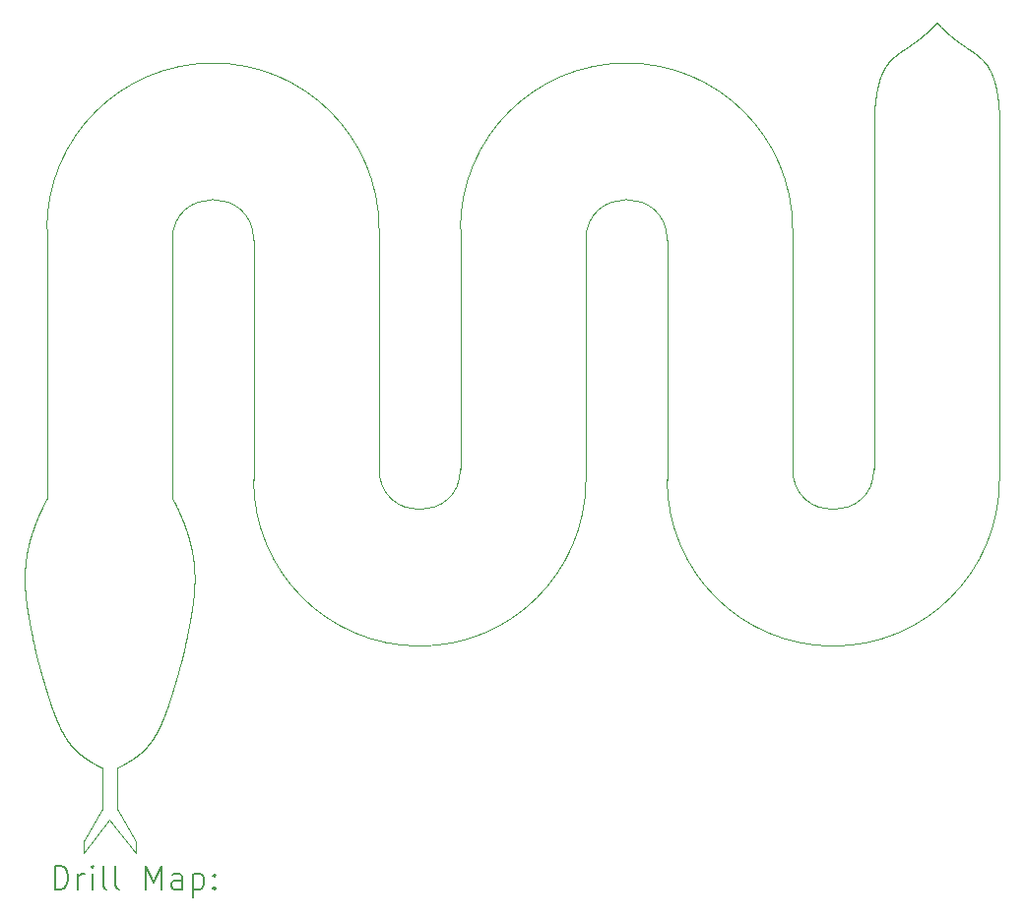
<source format=gbr>
%TF.GenerationSoftware,KiCad,Pcbnew,9.0.0*%
%TF.CreationDate,2025-12-28T17:48:43+00:00*%
%TF.ProjectId,turing,74757269-6e67-42e6-9b69-6361645f7063,v2.0*%
%TF.SameCoordinates,Original*%
%TF.FileFunction,Drillmap*%
%TF.FilePolarity,Positive*%
%FSLAX45Y45*%
G04 Gerber Fmt 4.5, Leading zero omitted, Abs format (unit mm)*
G04 Created by KiCad (PCBNEW 9.0.0) date 2025-12-28 17:48:43*
%MOMM*%
%LPD*%
G01*
G04 APERTURE LIST*
%ADD10C,0.050000*%
%ADD11C,0.200000*%
G04 APERTURE END LIST*
D10*
X13303250Y-12858750D02*
X13303250Y-9842500D01*
X14382750Y-9842500D02*
X14382750Y-12954000D01*
X7969250Y-10890250D02*
X7969250Y-12954010D01*
X7270750Y-10890250D02*
X7270750Y-13112750D01*
X10826708Y-12964908D02*
G75*
G02*
X7969250Y-12954011I-1428708J10899D01*
G01*
X6953250Y-16065500D02*
X6953250Y-16160750D01*
X6191250Y-10795000D02*
G75*
G02*
X9048750Y-10795000I1428750J0D01*
G01*
X6508750Y-16065500D02*
X6508750Y-16160750D01*
X6096000Y-14446250D02*
X6097973Y-14453480D01*
X6099936Y-14460668D01*
X6101832Y-14467600D01*
X6103720Y-14474494D01*
X6105546Y-14481159D01*
X6107365Y-14487788D01*
X6109130Y-14494210D01*
X6110887Y-14500598D01*
X6112595Y-14506798D01*
X6114296Y-14512966D01*
X6115951Y-14518963D01*
X6117601Y-14524929D01*
X6119209Y-14530738D01*
X6120811Y-14536518D01*
X6122374Y-14542151D01*
X6123933Y-14547758D01*
X6125455Y-14553229D01*
X6126973Y-14558674D01*
X6128457Y-14563993D01*
X6129937Y-14569287D01*
X6131386Y-14574464D01*
X6132830Y-14579616D01*
X6134245Y-14584658D01*
X6135656Y-14589677D01*
X6137040Y-14594592D01*
X6138420Y-14599485D01*
X6139775Y-14604281D01*
X6141125Y-14609055D01*
X6142452Y-14613737D01*
X6143774Y-14618398D01*
X6145074Y-14622972D01*
X6146371Y-14627526D01*
X6147646Y-14631997D01*
X6148918Y-14636450D01*
X6150169Y-14640823D01*
X6151417Y-14645178D01*
X6152646Y-14649458D01*
X6153871Y-14653720D01*
X6155078Y-14657910D01*
X6156283Y-14662083D01*
X6157469Y-14666189D01*
X6158653Y-14670277D01*
X6159820Y-14674300D01*
X6160985Y-14678306D01*
X6162133Y-14682250D01*
X6163279Y-14686179D01*
X6164410Y-14690047D01*
X6165538Y-14693900D01*
X6166652Y-14697696D01*
X6167763Y-14701477D01*
X6168860Y-14705202D01*
X6169955Y-14708913D01*
X6171036Y-14712571D01*
X6172115Y-14716215D01*
X6173181Y-14719808D01*
X6174245Y-14723387D01*
X6175297Y-14726917D01*
X6176347Y-14730433D01*
X6177385Y-14733902D01*
X6178420Y-14737358D01*
X6179445Y-14740768D01*
X6180467Y-14744165D01*
X6181479Y-14747518D01*
X6182488Y-14750859D01*
X6183487Y-14754157D01*
X6184484Y-14757442D01*
X6185471Y-14760687D01*
X6186457Y-14763919D01*
X6187432Y-14767112D01*
X6188406Y-14770293D01*
X6189370Y-14773436D01*
X6190332Y-14776566D01*
X6191286Y-14779660D01*
X6192238Y-14782742D01*
X6193180Y-14785788D01*
X6194122Y-14788823D01*
X6195055Y-14791823D01*
X6195986Y-14794813D01*
X6196909Y-14797768D01*
X6197831Y-14800712D01*
X6198745Y-14803624D01*
X6199657Y-14806525D01*
X6200561Y-14809394D01*
X6201465Y-14812253D01*
X6202360Y-14815081D01*
X6203255Y-14817899D01*
X6204142Y-14820686D01*
X6205028Y-14823464D01*
X6205907Y-14826212D01*
X6206784Y-14828951D01*
X6207655Y-14831661D01*
X6208525Y-14834362D01*
X6209388Y-14837035D01*
X6210250Y-14839698D01*
X6211105Y-14842334D01*
X6211960Y-14844962D01*
X6212808Y-14847563D01*
X6213655Y-14850154D01*
X6214496Y-14852721D01*
X6215336Y-14855278D01*
X6216170Y-14857810D01*
X6217003Y-14860334D01*
X6217831Y-14862833D01*
X6218657Y-14865324D01*
X6219478Y-14867791D01*
X6220298Y-14870250D01*
X6221113Y-14872685D01*
X6221927Y-14875112D01*
X6222735Y-14877516D01*
X6223543Y-14879913D01*
X6224345Y-14882287D01*
X6225147Y-14884653D01*
X6225944Y-14886998D01*
X6226740Y-14889335D01*
X6227531Y-14891651D01*
X6228322Y-14893959D01*
X6229108Y-14896246D01*
X6229893Y-14898526D01*
X6230673Y-14900786D01*
X6231453Y-14903038D01*
X6232228Y-14905271D01*
X6233003Y-14907496D01*
X6233773Y-14909702D01*
X6234543Y-14911901D01*
X6235308Y-14914081D01*
X6236073Y-14916254D01*
X6236834Y-14918408D01*
X6237594Y-14920556D01*
X6238350Y-14922685D01*
X6239106Y-14924808D01*
X6239858Y-14926913D01*
X6240609Y-14929011D01*
X6241356Y-14931092D01*
X6242103Y-14933166D01*
X6242846Y-14935224D01*
X6243589Y-14937274D01*
X6244328Y-14939309D01*
X6245067Y-14941337D01*
X6245802Y-14943348D01*
X6246536Y-14945353D01*
X6247267Y-14947343D01*
X6247998Y-14949326D01*
X6248726Y-14951293D01*
X6249453Y-14953255D01*
X6250176Y-14955201D01*
X6250900Y-14957141D01*
X6251620Y-14959066D01*
X6252340Y-14960985D01*
X6253057Y-14962890D01*
X6253773Y-14964788D01*
X6254486Y-14966672D01*
X6255200Y-14968551D01*
X6255910Y-14970415D01*
X6256619Y-14972274D01*
X6257326Y-14974118D01*
X6258033Y-14975957D01*
X6258737Y-14977783D01*
X6259441Y-14979603D01*
X6260141Y-14981409D01*
X6260842Y-14983211D01*
X6261540Y-14984999D01*
X6262238Y-14986781D01*
X6262933Y-14988551D01*
X6263628Y-14990316D01*
X6264320Y-14992068D01*
X6265013Y-14993815D01*
X6265702Y-14995549D01*
X6266392Y-14997278D01*
X6267079Y-14998995D01*
X6267766Y-15000707D01*
X6268451Y-15002407D01*
X6269135Y-15004102D01*
X6269817Y-15005786D01*
X6270500Y-15007464D01*
X6271179Y-15009131D01*
X6271859Y-15010793D01*
X6272537Y-15012444D01*
X6273214Y-15014089D01*
X6273890Y-15015724D01*
X6274565Y-15017354D01*
X6275238Y-15018973D01*
X6275911Y-15020588D01*
X6276582Y-15022192D01*
X6277254Y-15023791D01*
X6277923Y-15025379D01*
X6278592Y-15026963D01*
X6279259Y-15028537D01*
X6279926Y-15030106D01*
X6280591Y-15031665D01*
X6281257Y-15033220D01*
X6281920Y-15034764D01*
X6282584Y-15036304D01*
X6283246Y-15037835D01*
X6283907Y-15039361D01*
X6284567Y-15040877D01*
X6285228Y-15042389D01*
X6285886Y-15043892D01*
X6286544Y-15045390D01*
X6287201Y-15046879D01*
X6287858Y-15048364D01*
X6288513Y-15049840D01*
X6289169Y-15051312D01*
X6289823Y-15052774D01*
X6290477Y-15054233D01*
X6291129Y-15055682D01*
X6291782Y-15057128D01*
X6292433Y-15058565D01*
X6293084Y-15059998D01*
X6293734Y-15061422D01*
X6294384Y-15062842D01*
X6295032Y-15064254D01*
X6295681Y-15065662D01*
X6296328Y-15067062D01*
X6296976Y-15068458D01*
X6297622Y-15069846D01*
X6298268Y-15071230D01*
X6298913Y-15072606D01*
X6299559Y-15073978D01*
X6300203Y-15075343D01*
X6300847Y-15076704D01*
X6301490Y-15078057D01*
X6302134Y-15079406D01*
X6302776Y-15080747D01*
X6303418Y-15082085D01*
X6304059Y-15083416D01*
X6304701Y-15084743D01*
X6305341Y-15086062D01*
X6305982Y-15087378D01*
X6306621Y-15088687D01*
X6307261Y-15089992D01*
X6307900Y-15091291D01*
X6308539Y-15092585D01*
X6309177Y-15093873D01*
X6309816Y-15095157D01*
X6310453Y-15096434D01*
X6311091Y-15097708D01*
X6311728Y-15098975D01*
X6312365Y-15100239D01*
X6313001Y-15101496D01*
X6313638Y-15102750D01*
X6314273Y-15103997D01*
X6314910Y-15105241D01*
X6315545Y-15106478D01*
X6316180Y-15107712D01*
X6316815Y-15108940D01*
X6317450Y-15110165D01*
X6318085Y-15111383D01*
X6318719Y-15112598D01*
X6319353Y-15113807D01*
X6319988Y-15115013D01*
X6320622Y-15116213D01*
X6321256Y-15117409D01*
X6321889Y-15118600D01*
X6322523Y-15119787D01*
X6323156Y-15120969D01*
X6323790Y-15122148D01*
X6324423Y-15123321D01*
X6325056Y-15124491D01*
X6325689Y-15125655D01*
X6326322Y-15126816D01*
X6326955Y-15127971D01*
X6327588Y-15129124D01*
X6328221Y-15130271D01*
X6328854Y-15131415D01*
X6329486Y-15132554D01*
X6330119Y-15133690D01*
X6330752Y-15134821D01*
X6331385Y-15135948D01*
X6332018Y-15137071D01*
X6332651Y-15138190D01*
X6333283Y-15139305D01*
X6333917Y-15140417D01*
X6334549Y-15141523D01*
X6335183Y-15142627D01*
X6335816Y-15143726D01*
X6336449Y-15144822D01*
X6337082Y-15145913D01*
X6337716Y-15147001D01*
X6338350Y-15148085D01*
X6338984Y-15149166D01*
X6339617Y-15150242D01*
X6340251Y-15151315D01*
X6340885Y-15152384D01*
X6341520Y-15153450D01*
X6342154Y-15154512D01*
X6342789Y-15155571D01*
X6343424Y-15156625D01*
X6344059Y-15157677D01*
X6344694Y-15158724D01*
X6345330Y-15159769D01*
X6345966Y-15160809D01*
X6346602Y-15161847D01*
X6347238Y-15162880D01*
X6347875Y-15163911D01*
X6348511Y-15164938D01*
X6349148Y-15165962D01*
X6349785Y-15166982D01*
X6350423Y-15168000D01*
X6351061Y-15169014D01*
X6351700Y-15170025D01*
X6352338Y-15171032D01*
X6352977Y-15172036D01*
X6353616Y-15173037D01*
X6354256Y-15174035D01*
X6354896Y-15175029D01*
X6355536Y-15176021D01*
X6356177Y-15177010D01*
X6356818Y-15177995D01*
X6357459Y-15178977D01*
X6358101Y-15179957D01*
X6358744Y-15180933D01*
X6359386Y-15181906D01*
X6360029Y-15182876D01*
X6360673Y-15183844D01*
X6361317Y-15184808D01*
X6361962Y-15185770D01*
X6362607Y-15186728D01*
X6363252Y-15187685D01*
X6363898Y-15188637D01*
X6364545Y-15189588D01*
X6365192Y-15190535D01*
X6365839Y-15191479D01*
X6366487Y-15192421D01*
X6367136Y-15193360D01*
X6367785Y-15194296D01*
X6368435Y-15195230D01*
X6369085Y-15196160D01*
X6369736Y-15197089D01*
X6370387Y-15198014D01*
X6371039Y-15198937D01*
X6371691Y-15199857D01*
X6372345Y-15200775D01*
X6372998Y-15201690D01*
X6373653Y-15202603D01*
X6374308Y-15203513D01*
X6374964Y-15204420D01*
X6375620Y-15205325D01*
X6376277Y-15206228D01*
X6376935Y-15207128D01*
X6377594Y-15208025D01*
X6378253Y-15208920D01*
X6378912Y-15209813D01*
X6379573Y-15210703D01*
X6380234Y-15211591D01*
X6380896Y-15212477D01*
X6381559Y-15213360D01*
X6382223Y-15214241D01*
X6382887Y-15215120D01*
X6383552Y-15215996D01*
X6384218Y-15216870D01*
X6384884Y-15217742D01*
X6385552Y-15218612D01*
X6386220Y-15219479D01*
X6386889Y-15220344D01*
X6387559Y-15221207D01*
X6388230Y-15222068D01*
X6388901Y-15222926D01*
X6389574Y-15223783D01*
X6390247Y-15224637D01*
X6390922Y-15225490D01*
X6391597Y-15226340D01*
X6392273Y-15227188D01*
X6392950Y-15228034D01*
X6393628Y-15228878D01*
X6394307Y-15229720D01*
X6394986Y-15230560D01*
X6395667Y-15231398D01*
X6396349Y-15232234D01*
X6397031Y-15233068D01*
X6397715Y-15233900D01*
X6398400Y-15234730D01*
X6399086Y-15235558D01*
X6399772Y-15236385D01*
X6400460Y-15237209D01*
X6401149Y-15238032D01*
X6401839Y-15238853D01*
X6402530Y-15239671D01*
X6403222Y-15240489D01*
X6403915Y-15241304D01*
X6404609Y-15242117D01*
X6405304Y-15242929D01*
X6406001Y-15243739D01*
X6406698Y-15244547D01*
X6407397Y-15245354D01*
X6408097Y-15246158D01*
X6408798Y-15246961D01*
X6409500Y-15247763D01*
X6410203Y-15248562D01*
X6410908Y-15249360D01*
X6411614Y-15250157D01*
X6412321Y-15250952D01*
X6413029Y-15251745D01*
X6414450Y-15253326D01*
X6415875Y-15254901D01*
X6417306Y-15256470D01*
X6418742Y-15258033D01*
X6420183Y-15259590D01*
X6421630Y-15261141D01*
X6423082Y-15262687D01*
X6424540Y-15264226D01*
X6426004Y-15265761D01*
X6427474Y-15267289D01*
X6428950Y-15268813D01*
X6430431Y-15270331D01*
X6431920Y-15271845D01*
X6433414Y-15273353D01*
X6434915Y-15274857D01*
X6436423Y-15276356D01*
X6437937Y-15277850D01*
X6439458Y-15279339D01*
X6440986Y-15280825D01*
X6442521Y-15282306D01*
X6444063Y-15283782D01*
X6445612Y-15285255D01*
X6447169Y-15286724D01*
X6448733Y-15288188D01*
X6450305Y-15289649D01*
X6451885Y-15291107D01*
X6453473Y-15292561D01*
X6455069Y-15294011D01*
X6456673Y-15295458D01*
X6458285Y-15296902D01*
X6459906Y-15298342D01*
X6461536Y-15299780D01*
X6463174Y-15301215D01*
X6464821Y-15302647D01*
X6466478Y-15304076D01*
X6468143Y-15305503D01*
X6469818Y-15306927D01*
X6471503Y-15308349D01*
X6473197Y-15309768D01*
X6474901Y-15311186D01*
X6476616Y-15312601D01*
X6478340Y-15314015D01*
X6480075Y-15315426D01*
X6481821Y-15316836D01*
X6483577Y-15318245D01*
X6485345Y-15319652D01*
X6487123Y-15321058D01*
X6488913Y-15322462D01*
X6490715Y-15323866D01*
X6492528Y-15325268D01*
X6494353Y-15326670D01*
X6496190Y-15328071D01*
X6498040Y-15329471D01*
X6499903Y-15330871D01*
X6501778Y-15332270D01*
X6503666Y-15333669D01*
X6505568Y-15335069D01*
X6507483Y-15336468D01*
X6509413Y-15337867D01*
X6511356Y-15339267D01*
X6513313Y-15340667D01*
X6515285Y-15342068D01*
X6517272Y-15343470D01*
X6519274Y-15344872D01*
X6521292Y-15346276D01*
X6523325Y-15347681D01*
X6525375Y-15349087D01*
X6527440Y-15350495D01*
X6529522Y-15351904D01*
X6531622Y-15353315D01*
X6533738Y-15354728D01*
X6535873Y-15356144D01*
X6538025Y-15357561D01*
X6540195Y-15358981D01*
X6542385Y-15360404D01*
X6544593Y-15361830D01*
X6546821Y-15363259D01*
X6549069Y-15364691D01*
X6551337Y-15366127D01*
X6553626Y-15367566D01*
X6555937Y-15369009D01*
X6558269Y-15370457D01*
X6560623Y-15371909D01*
X6562999Y-15373365D01*
X6565399Y-15374826D01*
X6567823Y-15376292D01*
X6570270Y-15377763D01*
X6572743Y-15379240D01*
X6575241Y-15380723D01*
X6577764Y-15382212D01*
X6580314Y-15383707D01*
X6582892Y-15385209D01*
X6585497Y-15386718D01*
X6588131Y-15388234D01*
X6590794Y-15389758D01*
X6593487Y-15391290D01*
X6596211Y-15392830D01*
X6598966Y-15394379D01*
X6601754Y-15395936D01*
X6604575Y-15397504D01*
X6607430Y-15399081D01*
X6610321Y-15400668D01*
X6613247Y-15402266D01*
X6616211Y-15403876D01*
X6619213Y-15405497D01*
X6622254Y-15407130D01*
X6625336Y-15408776D01*
X6628460Y-15410435D01*
X6631627Y-15412108D01*
X6634839Y-15413796D01*
X6638097Y-15415499D01*
X6641402Y-15417218D01*
X6644757Y-15418953D01*
X6648162Y-15420706D01*
X6651621Y-15422477D01*
X6655134Y-15424267D01*
X6658704Y-15426077D01*
X6662332Y-15427908D01*
X6666023Y-15429761D01*
X6667500Y-15430500D01*
X7270750Y-13112750D02*
X7270750Y-13112750D01*
X6953250Y-16065500D02*
X6794500Y-15779750D01*
X14382750Y-12954000D02*
G75*
G02*
X11525250Y-12954000I-1428750J0D01*
G01*
X13843000Y-9017000D02*
X13840792Y-9019423D01*
X13838584Y-9021833D01*
X13836376Y-9024233D01*
X13834168Y-9026621D01*
X13831959Y-9028997D01*
X13829750Y-9031363D01*
X13827540Y-9033717D01*
X13825330Y-9036060D01*
X13823118Y-9038393D01*
X13820907Y-9040714D01*
X13818694Y-9043025D01*
X13816481Y-9045325D01*
X13814266Y-9047615D01*
X13812051Y-9049894D01*
X13809834Y-9052163D01*
X13807617Y-9054421D01*
X13805398Y-9056670D01*
X13803178Y-9058909D01*
X13800956Y-9061137D01*
X13798733Y-9063356D01*
X13796508Y-9065566D01*
X13794281Y-9067765D01*
X13792053Y-9069956D01*
X13789823Y-9072137D01*
X13787590Y-9074309D01*
X13785356Y-9076472D01*
X13783119Y-9078626D01*
X13780880Y-9080771D01*
X13778639Y-9082907D01*
X13776395Y-9085035D01*
X13774148Y-9087154D01*
X13771898Y-9089266D01*
X13769646Y-9091369D01*
X13767390Y-9093464D01*
X13765131Y-9095551D01*
X13762869Y-9097631D01*
X13760603Y-9099703D01*
X13758333Y-9101767D01*
X13756060Y-9103825D01*
X13753782Y-9105875D01*
X13751500Y-9107918D01*
X13749214Y-9109955D01*
X13746923Y-9111985D01*
X13744628Y-9114009D01*
X13742327Y-9116026D01*
X13740021Y-9118038D01*
X13737710Y-9120044D01*
X13735393Y-9122044D01*
X13733070Y-9124039D01*
X13730740Y-9126028D01*
X13728405Y-9128013D01*
X13726062Y-9129993D01*
X13723712Y-9131969D01*
X13721355Y-9133940D01*
X13718991Y-9135907D01*
X13716618Y-9137871D01*
X13714237Y-9139832D01*
X13711847Y-9141789D01*
X13709448Y-9143744D01*
X13707039Y-9145696D01*
X13704620Y-9147646D01*
X13702190Y-9149595D01*
X13699749Y-9151542D01*
X13697297Y-9153489D01*
X13694833Y-9155435D01*
X13692355Y-9157381D01*
X13689864Y-9159327D01*
X13687359Y-9161275D01*
X13684839Y-9163224D01*
X13682303Y-9165175D01*
X13679750Y-9167129D01*
X13677180Y-9169087D01*
X13674591Y-9171049D01*
X13671982Y-9173016D01*
X13669352Y-9174989D01*
X13666700Y-9176969D01*
X13664024Y-9178957D01*
X13661322Y-9180953D01*
X13658593Y-9182960D01*
X13655835Y-9184979D01*
X13653045Y-9187011D01*
X13650221Y-9189059D01*
X13647361Y-9191123D01*
X13644460Y-9193206D01*
X13641515Y-9195311D01*
X13638523Y-9197440D01*
X13635477Y-9199598D01*
X13632373Y-9201788D01*
X13629203Y-9204014D01*
X13625959Y-9206282D01*
X13622631Y-9208600D01*
X13619205Y-9210977D01*
X13615666Y-9213422D01*
X13611992Y-9215951D01*
X13608154Y-9218584D01*
X13604110Y-9221348D01*
X13599798Y-9224287D01*
X13595111Y-9227472D01*
X13589854Y-9231035D01*
X13583544Y-9235303D01*
X13578913Y-9238433D01*
X13571515Y-9243434D01*
X13567851Y-9245914D01*
X13564211Y-9248381D01*
X13560594Y-9250838D01*
X13557000Y-9253284D01*
X13553430Y-9255722D01*
X13549883Y-9258152D01*
X13548118Y-9259365D01*
X13546360Y-9260576D01*
X13544607Y-9261786D01*
X13542860Y-9262995D01*
X13541119Y-9264203D01*
X13539384Y-9265410D01*
X13537655Y-9266617D01*
X13535931Y-9267822D01*
X13534214Y-9269028D01*
X13532502Y-9270233D01*
X13530797Y-9271438D01*
X13529097Y-9272643D01*
X13527404Y-9273848D01*
X13525716Y-9275054D01*
X13524034Y-9276260D01*
X13522358Y-9277466D01*
X13520688Y-9278674D01*
X13519024Y-9279882D01*
X13517366Y-9281092D01*
X13515713Y-9282302D01*
X13514067Y-9283514D01*
X13512427Y-9284728D01*
X13510793Y-9285943D01*
X13509164Y-9287160D01*
X13507542Y-9288378D01*
X13505925Y-9289599D01*
X13504315Y-9290823D01*
X13502711Y-9292048D01*
X13501112Y-9293276D01*
X13499519Y-9294507D01*
X13497933Y-9295741D01*
X13496352Y-9296977D01*
X13494778Y-9298217D01*
X13493209Y-9299460D01*
X13491647Y-9300707D01*
X13490090Y-9301957D01*
X13488540Y-9303210D01*
X13486995Y-9304468D01*
X13485457Y-9305729D01*
X13483924Y-9306995D01*
X13482398Y-9308265D01*
X13480877Y-9309539D01*
X13479363Y-9310819D01*
X13477854Y-9312102D01*
X13476352Y-9313391D01*
X13474856Y-9314685D01*
X13473366Y-9315983D01*
X13472623Y-9316635D01*
X13471881Y-9317288D01*
X13471141Y-9317942D01*
X13470403Y-9318597D01*
X13469666Y-9319254D01*
X13468931Y-9319913D01*
X13468197Y-9320572D01*
X13467465Y-9321234D01*
X13466734Y-9321896D01*
X13466005Y-9322561D01*
X13465277Y-9323226D01*
X13464551Y-9323894D01*
X13463826Y-9324563D01*
X13463103Y-9325233D01*
X13462382Y-9325905D01*
X13461661Y-9326579D01*
X13460943Y-9327254D01*
X13460226Y-9327931D01*
X13459510Y-9328609D01*
X13458796Y-9329289D01*
X13458084Y-9329971D01*
X13457373Y-9330655D01*
X13456663Y-9331340D01*
X13455955Y-9332027D01*
X13455249Y-9332716D01*
X13454544Y-9333407D01*
X13453840Y-9334100D01*
X13453138Y-9334794D01*
X13452438Y-9335490D01*
X13451739Y-9336188D01*
X13451042Y-9336888D01*
X13450346Y-9337590D01*
X13449652Y-9338294D01*
X13448959Y-9338999D01*
X13448268Y-9339707D01*
X13447578Y-9340416D01*
X13446890Y-9341128D01*
X13446204Y-9341842D01*
X13445518Y-9342557D01*
X13444835Y-9343275D01*
X13444153Y-9343995D01*
X13443472Y-9344717D01*
X13442793Y-9345441D01*
X13442116Y-9346167D01*
X13441440Y-9346895D01*
X13440766Y-9347625D01*
X13440093Y-9348358D01*
X13439422Y-9349092D01*
X13438752Y-9349829D01*
X13438084Y-9350569D01*
X13437417Y-9351310D01*
X13436752Y-9352054D01*
X13436088Y-9352800D01*
X13435426Y-9353548D01*
X13434765Y-9354299D01*
X13434106Y-9355052D01*
X13433449Y-9355807D01*
X13432793Y-9356565D01*
X13432139Y-9357325D01*
X13431486Y-9358087D01*
X13430834Y-9358852D01*
X13430185Y-9359620D01*
X13429536Y-9360389D01*
X13428890Y-9361162D01*
X13428244Y-9361937D01*
X13427601Y-9362714D01*
X13426959Y-9363494D01*
X13426318Y-9364276D01*
X13425679Y-9365062D01*
X13425042Y-9365849D01*
X13424406Y-9366639D01*
X13423771Y-9367432D01*
X13423138Y-9368228D01*
X13422507Y-9369026D01*
X13421877Y-9369827D01*
X13421249Y-9370631D01*
X13420623Y-9371437D01*
X13419997Y-9372246D01*
X13419374Y-9373058D01*
X13418752Y-9373873D01*
X13418131Y-9374690D01*
X13417513Y-9375511D01*
X13416895Y-9376334D01*
X13416279Y-9377160D01*
X13415665Y-9377989D01*
X13415052Y-9378821D01*
X13414441Y-9379655D01*
X13413832Y-9380493D01*
X13413223Y-9381333D01*
X13412617Y-9382177D01*
X13412012Y-9383023D01*
X13411409Y-9383873D01*
X13410807Y-9384726D01*
X13410206Y-9385581D01*
X13409608Y-9386440D01*
X13409010Y-9387301D01*
X13408415Y-9388166D01*
X13407821Y-9389034D01*
X13407228Y-9389905D01*
X13406637Y-9390779D01*
X13406048Y-9391657D01*
X13405460Y-9392537D01*
X13404874Y-9393421D01*
X13404289Y-9394308D01*
X13403706Y-9395198D01*
X13403124Y-9396092D01*
X13402544Y-9396989D01*
X13401965Y-9397889D01*
X13401388Y-9398792D01*
X13400813Y-9399699D01*
X13400239Y-9400609D01*
X13399667Y-9401522D01*
X13399096Y-9402439D01*
X13398527Y-9403359D01*
X13397960Y-9404283D01*
X13397394Y-9405210D01*
X13396829Y-9406141D01*
X13396266Y-9407075D01*
X13395705Y-9408012D01*
X13395145Y-9408954D01*
X13394587Y-9409898D01*
X13394030Y-9410846D01*
X13393475Y-9411798D01*
X13392922Y-9412753D01*
X13392370Y-9413712D01*
X13391819Y-9414675D01*
X13391271Y-9415641D01*
X13390723Y-9416611D01*
X13390178Y-9417585D01*
X13389634Y-9418562D01*
X13389091Y-9419543D01*
X13388550Y-9420528D01*
X13388011Y-9421516D01*
X13387473Y-9422508D01*
X13386937Y-9423504D01*
X13386402Y-9424504D01*
X13385869Y-9425508D01*
X13385338Y-9426515D01*
X13384808Y-9427527D01*
X13384279Y-9428542D01*
X13383753Y-9429561D01*
X13383227Y-9430585D01*
X13382704Y-9431612D01*
X13382182Y-9432643D01*
X13381661Y-9433678D01*
X13381142Y-9434717D01*
X13380625Y-9435760D01*
X13380109Y-9436807D01*
X13379595Y-9437858D01*
X13379082Y-9438913D01*
X13378571Y-9439972D01*
X13378062Y-9441036D01*
X13377554Y-9442103D01*
X13377048Y-9443175D01*
X13376543Y-9444250D01*
X13376040Y-9445330D01*
X13375538Y-9446415D01*
X13375038Y-9447503D01*
X13374540Y-9448596D01*
X13374043Y-9449692D01*
X13373548Y-9450794D01*
X13373054Y-9451899D01*
X13372562Y-9453009D01*
X13372072Y-9454123D01*
X13371583Y-9455241D01*
X13371096Y-9456364D01*
X13370610Y-9457491D01*
X13370126Y-9458623D01*
X13369644Y-9459759D01*
X13369163Y-9460899D01*
X13368683Y-9462044D01*
X13368205Y-9463193D01*
X13367729Y-9464347D01*
X13367255Y-9465506D01*
X13366782Y-9466668D01*
X13366310Y-9467836D01*
X13365841Y-9469008D01*
X13365372Y-9470184D01*
X13364906Y-9471366D01*
X13364441Y-9472551D01*
X13363977Y-9473742D01*
X13363515Y-9474937D01*
X13363055Y-9476137D01*
X13362596Y-9477341D01*
X13362139Y-9478550D01*
X13361684Y-9479764D01*
X13361230Y-9480983D01*
X13360778Y-9482206D01*
X13360327Y-9483434D01*
X13359878Y-9484667D01*
X13359431Y-9485905D01*
X13358985Y-9487148D01*
X13358540Y-9488395D01*
X13358098Y-9489648D01*
X13357657Y-9490905D01*
X13357217Y-9492167D01*
X13356779Y-9493434D01*
X13356343Y-9494707D01*
X13355908Y-9495984D01*
X13355475Y-9497266D01*
X13355044Y-9498553D01*
X13354614Y-9499845D01*
X13354185Y-9501142D01*
X13353759Y-9502444D01*
X13353334Y-9503751D01*
X13352910Y-9505064D01*
X13352488Y-9506381D01*
X13352068Y-9507704D01*
X13351649Y-9509032D01*
X13351232Y-9510365D01*
X13350817Y-9511703D01*
X13350403Y-9513046D01*
X13349991Y-9514395D01*
X13349580Y-9515749D01*
X13349171Y-9517108D01*
X13348764Y-9518472D01*
X13348358Y-9519842D01*
X13347954Y-9521217D01*
X13347551Y-9522597D01*
X13347150Y-9523983D01*
X13346751Y-9525374D01*
X13346353Y-9526770D01*
X13345957Y-9528172D01*
X13345562Y-9529579D01*
X13345169Y-9530992D01*
X13344778Y-9532410D01*
X13344388Y-9533834D01*
X13344000Y-9535263D01*
X13343614Y-9536698D01*
X13343229Y-9538138D01*
X13342846Y-9539584D01*
X13342464Y-9541035D01*
X13342084Y-9542492D01*
X13341705Y-9543955D01*
X13341329Y-9545423D01*
X13340954Y-9546897D01*
X13340580Y-9548376D01*
X13340208Y-9549862D01*
X13339838Y-9551353D01*
X13339469Y-9552849D01*
X13339102Y-9554352D01*
X13338737Y-9555860D01*
X13338373Y-9557374D01*
X13338011Y-9558893D01*
X13337650Y-9560419D01*
X13337291Y-9561950D01*
X13336934Y-9563488D01*
X13336578Y-9565031D01*
X13336224Y-9566580D01*
X13335871Y-9568135D01*
X13335520Y-9569695D01*
X13335171Y-9571262D01*
X13334824Y-9572835D01*
X13334478Y-9574413D01*
X13334133Y-9575998D01*
X13333791Y-9577589D01*
X13333449Y-9579186D01*
X13333110Y-9580788D01*
X13332772Y-9582397D01*
X13332436Y-9584012D01*
X13332101Y-9585633D01*
X13331768Y-9587261D01*
X13331437Y-9588894D01*
X13331107Y-9590533D01*
X13330779Y-9592179D01*
X13330453Y-9593831D01*
X13330128Y-9595489D01*
X13329805Y-9597153D01*
X13329483Y-9598824D01*
X13329163Y-9600501D01*
X13328845Y-9602184D01*
X13328528Y-9603874D01*
X13328213Y-9605569D01*
X13327900Y-9607272D01*
X13327588Y-9608980D01*
X13327278Y-9610695D01*
X13326970Y-9612416D01*
X13326663Y-9614144D01*
X13326358Y-9615878D01*
X13326054Y-9617619D01*
X13325752Y-9619366D01*
X13325452Y-9621120D01*
X13325153Y-9622880D01*
X13324856Y-9624646D01*
X13324561Y-9626420D01*
X13324267Y-9628199D01*
X13323975Y-9629986D01*
X13323685Y-9631779D01*
X13323396Y-9633578D01*
X13323109Y-9635384D01*
X13322823Y-9637197D01*
X13322539Y-9639017D01*
X13322257Y-9640843D01*
X13321976Y-9642676D01*
X13321697Y-9644516D01*
X13321420Y-9646362D01*
X13321144Y-9648216D01*
X13320870Y-9650076D01*
X13320598Y-9651942D01*
X13320327Y-9653816D01*
X13320058Y-9655697D01*
X13319791Y-9657584D01*
X13319525Y-9659478D01*
X13319261Y-9661379D01*
X13318998Y-9663287D01*
X13318737Y-9665202D01*
X13318478Y-9667124D01*
X13318221Y-9669053D01*
X13317965Y-9670989D01*
X13317710Y-9672932D01*
X13317458Y-9674882D01*
X13317207Y-9676839D01*
X13316958Y-9678803D01*
X13316710Y-9680774D01*
X13316464Y-9682752D01*
X13316220Y-9684738D01*
X13315977Y-9686730D01*
X13315736Y-9688730D01*
X13315496Y-9690737D01*
X13315259Y-9692751D01*
X13315023Y-9694772D01*
X13314788Y-9696800D01*
X13314556Y-9698836D01*
X13314324Y-9700879D01*
X13314095Y-9702929D01*
X13313867Y-9704987D01*
X13313641Y-9707052D01*
X13313417Y-9709124D01*
X13313194Y-9711204D01*
X13312973Y-9713290D01*
X13312753Y-9715385D01*
X13312535Y-9717487D01*
X13312319Y-9719596D01*
X13312105Y-9721712D01*
X13311892Y-9723837D01*
X13311681Y-9725968D01*
X13311471Y-9728107D01*
X13311263Y-9730254D01*
X13311057Y-9732408D01*
X13310852Y-9734570D01*
X13310650Y-9736739D01*
X13310448Y-9738916D01*
X13310249Y-9741101D01*
X13310051Y-9743293D01*
X13309855Y-9745493D01*
X13309660Y-9747700D01*
X13309467Y-9749915D01*
X13309276Y-9752138D01*
X13309087Y-9754369D01*
X13308899Y-9756607D01*
X13308712Y-9758853D01*
X13308528Y-9761107D01*
X13308345Y-9763369D01*
X13308164Y-9765638D01*
X13307984Y-9767916D01*
X13307806Y-9770201D01*
X13307630Y-9772494D01*
X13307456Y-9774795D01*
X13307283Y-9777104D01*
X13307112Y-9779420D01*
X13306942Y-9781745D01*
X13306774Y-9784078D01*
X13306608Y-9786419D01*
X13306444Y-9788767D01*
X13306281Y-9791124D01*
X13306120Y-9793489D01*
X13305960Y-9795862D01*
X13305803Y-9798242D01*
X13305647Y-9800631D01*
X13305492Y-9803028D01*
X13305339Y-9805434D01*
X13305188Y-9807847D01*
X13305039Y-9810269D01*
X13304891Y-9812698D01*
X13304745Y-9815136D01*
X13304601Y-9817582D01*
X13304458Y-9820037D01*
X13304317Y-9822499D01*
X13304178Y-9824970D01*
X13304040Y-9827450D01*
X13303904Y-9829937D01*
X13303770Y-9832433D01*
X13303638Y-9834937D01*
X13303507Y-9837450D01*
X13303377Y-9839971D01*
X13303250Y-9842500D01*
X6794500Y-15779750D02*
X6794500Y-15430500D01*
X6731000Y-15875000D02*
X6953250Y-16160750D01*
X12604750Y-12858750D02*
X12604750Y-10795000D01*
X6191250Y-13112750D02*
X6190226Y-13114687D01*
X6189205Y-13116622D01*
X6188188Y-13118554D01*
X6187174Y-13120484D01*
X6186164Y-13122410D01*
X6185157Y-13124335D01*
X6184154Y-13126257D01*
X6183155Y-13128177D01*
X6182159Y-13130094D01*
X6181167Y-13132009D01*
X6180178Y-13133921D01*
X6179192Y-13135831D01*
X6178211Y-13137738D01*
X6177232Y-13139643D01*
X6176258Y-13141546D01*
X6175286Y-13143446D01*
X6174319Y-13145343D01*
X6173354Y-13147239D01*
X6172393Y-13149131D01*
X6171436Y-13151022D01*
X6170482Y-13152910D01*
X6169531Y-13154796D01*
X6168584Y-13156679D01*
X6167640Y-13158561D01*
X6166700Y-13160439D01*
X6165763Y-13162316D01*
X6164830Y-13164190D01*
X6163899Y-13166062D01*
X6162973Y-13167931D01*
X6162049Y-13169799D01*
X6161129Y-13171663D01*
X6160212Y-13173526D01*
X6159299Y-13175386D01*
X6158389Y-13177245D01*
X6157482Y-13179100D01*
X6156579Y-13180954D01*
X6155679Y-13182806D01*
X6154782Y-13184655D01*
X6153889Y-13186502D01*
X6152998Y-13188347D01*
X6152111Y-13190189D01*
X6151228Y-13192030D01*
X6150347Y-13193868D01*
X6149470Y-13195704D01*
X6148596Y-13197538D01*
X6147726Y-13199370D01*
X6146858Y-13201199D01*
X6145994Y-13203027D01*
X6145133Y-13204852D01*
X6144275Y-13206676D01*
X6143421Y-13208496D01*
X6142570Y-13210316D01*
X6141721Y-13212132D01*
X6140876Y-13213947D01*
X6140035Y-13215760D01*
X6139196Y-13217571D01*
X6138361Y-13219379D01*
X6137528Y-13221186D01*
X6136699Y-13222990D01*
X6135873Y-13224793D01*
X6135050Y-13226593D01*
X6134230Y-13228392D01*
X6133413Y-13230188D01*
X6132600Y-13231983D01*
X6131789Y-13233775D01*
X6130982Y-13235566D01*
X6130178Y-13237354D01*
X6129376Y-13239141D01*
X6128578Y-13240925D01*
X6127783Y-13242708D01*
X6126991Y-13244489D01*
X6126202Y-13246268D01*
X6125416Y-13248044D01*
X6124633Y-13249819D01*
X6123853Y-13251592D01*
X6123076Y-13253364D01*
X6122302Y-13255133D01*
X6121532Y-13256900D01*
X6120764Y-13258665D01*
X6119999Y-13260429D01*
X6119237Y-13262191D01*
X6118478Y-13263951D01*
X6117722Y-13265709D01*
X6116969Y-13267465D01*
X6116219Y-13269219D01*
X6115472Y-13270972D01*
X6114728Y-13272722D01*
X6113987Y-13274471D01*
X6113249Y-13276218D01*
X6112513Y-13277964D01*
X6111781Y-13279707D01*
X6111051Y-13281449D01*
X6110325Y-13283189D01*
X6109601Y-13284927D01*
X6108880Y-13286664D01*
X6108162Y-13288399D01*
X6107447Y-13290132D01*
X6106735Y-13291863D01*
X6106026Y-13293593D01*
X6105319Y-13295321D01*
X6104616Y-13297047D01*
X6103915Y-13298771D01*
X6103217Y-13300494D01*
X6102522Y-13302215D01*
X6101830Y-13303935D01*
X6101141Y-13305653D01*
X6100454Y-13307369D01*
X6099770Y-13309084D01*
X6099089Y-13310796D01*
X6098411Y-13312508D01*
X6097736Y-13314217D01*
X6097063Y-13315926D01*
X6096393Y-13317632D01*
X6095726Y-13319337D01*
X6095062Y-13321040D01*
X6094401Y-13322742D01*
X6093742Y-13324442D01*
X6093086Y-13326141D01*
X6092433Y-13327838D01*
X6091782Y-13329533D01*
X6091134Y-13331227D01*
X6090489Y-13332920D01*
X6089847Y-13334610D01*
X6089207Y-13336300D01*
X6088570Y-13337988D01*
X6087936Y-13339674D01*
X6087304Y-13341359D01*
X6086676Y-13343042D01*
X6086049Y-13344724D01*
X6085426Y-13346405D01*
X6084805Y-13348084D01*
X6084187Y-13349761D01*
X6083572Y-13351437D01*
X6082959Y-13353112D01*
X6082349Y-13354785D01*
X6081741Y-13356457D01*
X6081136Y-13358128D01*
X6080534Y-13359797D01*
X6079934Y-13361464D01*
X6079337Y-13363131D01*
X6078743Y-13364796D01*
X6078151Y-13366459D01*
X6077562Y-13368121D01*
X6076975Y-13369782D01*
X6076391Y-13371441D01*
X6075810Y-13373100D01*
X6075231Y-13374756D01*
X6074655Y-13376412D01*
X6074081Y-13378066D01*
X6073510Y-13379719D01*
X6072942Y-13381370D01*
X6072376Y-13383021D01*
X6071812Y-13384669D01*
X6071251Y-13386317D01*
X6070693Y-13387964D01*
X6070137Y-13389609D01*
X6069584Y-13391253D01*
X6069033Y-13392895D01*
X6068485Y-13394537D01*
X6067940Y-13396177D01*
X6067396Y-13397816D01*
X6066856Y-13399454D01*
X6066318Y-13401090D01*
X6065782Y-13402726D01*
X6065249Y-13404360D01*
X6064718Y-13405993D01*
X6064190Y-13407625D01*
X6063664Y-13409255D01*
X6063141Y-13410885D01*
X6062620Y-13412513D01*
X6062102Y-13414141D01*
X6061586Y-13415767D01*
X6061073Y-13417392D01*
X6060562Y-13419015D01*
X6060053Y-13420638D01*
X6059547Y-13422260D01*
X6059043Y-13423880D01*
X6058542Y-13425500D01*
X6058043Y-13427118D01*
X6057547Y-13428736D01*
X6057053Y-13430352D01*
X6056562Y-13431967D01*
X6056072Y-13433581D01*
X6055586Y-13435194D01*
X6055101Y-13436807D01*
X6054619Y-13438418D01*
X6054140Y-13440028D01*
X6053663Y-13441637D01*
X6053188Y-13443245D01*
X6052716Y-13444852D01*
X6052246Y-13446458D01*
X6051778Y-13448063D01*
X6051313Y-13449668D01*
X6050850Y-13451271D01*
X6050389Y-13452873D01*
X6049931Y-13454474D01*
X6049475Y-13456075D01*
X6049021Y-13457674D01*
X6048570Y-13459273D01*
X6048121Y-13460871D01*
X6047675Y-13462468D01*
X6047230Y-13464063D01*
X6046788Y-13465658D01*
X6046349Y-13467253D01*
X6045912Y-13468846D01*
X6045477Y-13470438D01*
X6045044Y-13472030D01*
X6044614Y-13473621D01*
X6044185Y-13475211D01*
X6043760Y-13476800D01*
X6043336Y-13478388D01*
X6042915Y-13479975D01*
X6042496Y-13481562D01*
X6042079Y-13483148D01*
X6041665Y-13484733D01*
X6041253Y-13486317D01*
X6040843Y-13487901D01*
X6040435Y-13489483D01*
X6040030Y-13491066D01*
X6039627Y-13492647D01*
X6039226Y-13494228D01*
X6038827Y-13495807D01*
X6038431Y-13497386D01*
X6038037Y-13498965D01*
X6037645Y-13500543D01*
X6037255Y-13502120D01*
X6036868Y-13503696D01*
X6036483Y-13505272D01*
X6036100Y-13506847D01*
X6035719Y-13508421D01*
X6035340Y-13509995D01*
X6034964Y-13511568D01*
X6034590Y-13513140D01*
X6034218Y-13514712D01*
X6033481Y-13517854D01*
X6032752Y-13520993D01*
X6032033Y-13524130D01*
X6031322Y-13527265D01*
X6030619Y-13530398D01*
X6029925Y-13533528D01*
X6029240Y-13536657D01*
X6028564Y-13539783D01*
X6027896Y-13542908D01*
X6027237Y-13546030D01*
X6026586Y-13549152D01*
X6025944Y-13552271D01*
X6025310Y-13555389D01*
X6024685Y-13558505D01*
X6024068Y-13561619D01*
X6023459Y-13564733D01*
X6022859Y-13567845D01*
X6022268Y-13570955D01*
X6021684Y-13574065D01*
X6021110Y-13577173D01*
X6020543Y-13580281D01*
X6019985Y-13583387D01*
X6019435Y-13586493D01*
X6018893Y-13589598D01*
X6018359Y-13592702D01*
X6017834Y-13595805D01*
X6017317Y-13598908D01*
X6016808Y-13602010D01*
X6016307Y-13605112D01*
X6015814Y-13608214D01*
X6015330Y-13611315D01*
X6014853Y-13614416D01*
X6014385Y-13617517D01*
X6013925Y-13620618D01*
X6013473Y-13623719D01*
X6013029Y-13626820D01*
X6012593Y-13629922D01*
X6012165Y-13633024D01*
X6011745Y-13636126D01*
X6011333Y-13639228D01*
X6010929Y-13642332D01*
X6010532Y-13645436D01*
X6010144Y-13648540D01*
X6009764Y-13651646D01*
X6009392Y-13654752D01*
X6009028Y-13657859D01*
X6008671Y-13660968D01*
X6008323Y-13664077D01*
X6007982Y-13667188D01*
X6007650Y-13670301D01*
X6007325Y-13673415D01*
X6007008Y-13676530D01*
X6006699Y-13679647D01*
X6006398Y-13682766D01*
X6006104Y-13685886D01*
X6005819Y-13689009D01*
X6005541Y-13692133D01*
X6005271Y-13695260D01*
X6005009Y-13698389D01*
X6004755Y-13701520D01*
X6004509Y-13704654D01*
X6004270Y-13707791D01*
X6004039Y-13710930D01*
X6003816Y-13714072D01*
X6003601Y-13717216D01*
X6003394Y-13720364D01*
X6003194Y-13723515D01*
X6003003Y-13726669D01*
X6002819Y-13729826D01*
X6002643Y-13732987D01*
X6002474Y-13736151D01*
X6002314Y-13739319D01*
X6002161Y-13742491D01*
X6002016Y-13745667D01*
X6001879Y-13748847D01*
X6001750Y-13752031D01*
X6001628Y-13755219D01*
X6001515Y-13758412D01*
X6001409Y-13761609D01*
X6001311Y-13764811D01*
X6001221Y-13768018D01*
X6001139Y-13771229D01*
X6001064Y-13774446D01*
X6000998Y-13777668D01*
X6000939Y-13780896D01*
X6000888Y-13784129D01*
X6000845Y-13787367D01*
X6000810Y-13790612D01*
X6000783Y-13793862D01*
X6000764Y-13797119D01*
X6000753Y-13800382D01*
X6000750Y-13803651D01*
X6000755Y-13806927D01*
X6000768Y-13810210D01*
X6000788Y-13813499D01*
X6000817Y-13816796D01*
X6000854Y-13820100D01*
X6000899Y-13823412D01*
X6000952Y-13826731D01*
X6001014Y-13830058D01*
X6001083Y-13833393D01*
X6001160Y-13836736D01*
X6001246Y-13840088D01*
X6001340Y-13843448D01*
X6001442Y-13846817D01*
X6001552Y-13850195D01*
X6001671Y-13853583D01*
X6001798Y-13856980D01*
X6001934Y-13860386D01*
X6002077Y-13863803D01*
X6002229Y-13867229D01*
X6002390Y-13870666D01*
X6002559Y-13874114D01*
X6002737Y-13877572D01*
X6002923Y-13881042D01*
X6003118Y-13884523D01*
X6003321Y-13888015D01*
X6003534Y-13891520D01*
X6003754Y-13895037D01*
X6003984Y-13898566D01*
X6004223Y-13902108D01*
X6004470Y-13905663D01*
X6004727Y-13909232D01*
X6004992Y-13912814D01*
X6005266Y-13916410D01*
X6005550Y-13920021D01*
X6005842Y-13923646D01*
X6006144Y-13927287D01*
X6006456Y-13930943D01*
X6006776Y-13934615D01*
X6007106Y-13938303D01*
X6007446Y-13942007D01*
X6007795Y-13945729D01*
X6008153Y-13949468D01*
X6008522Y-13953225D01*
X6008900Y-13957001D01*
X6009288Y-13960795D01*
X6009687Y-13964609D01*
X6010095Y-13968442D01*
X6010513Y-13972296D01*
X6010942Y-13976171D01*
X6011381Y-13980067D01*
X6011831Y-13983985D01*
X6012291Y-13987926D01*
X6012762Y-13991889D01*
X6013244Y-13995877D01*
X6013737Y-13999890D01*
X6014241Y-14003927D01*
X6014757Y-14007991D01*
X6015284Y-14012081D01*
X6015822Y-14016199D01*
X6016372Y-14020345D01*
X6016934Y-14024520D01*
X6017508Y-14028726D01*
X6018095Y-14032962D01*
X6018694Y-14037231D01*
X6019305Y-14041533D01*
X6019930Y-14045868D01*
X6020568Y-14050239D01*
X6021219Y-14054647D01*
X6021883Y-14059092D01*
X6022562Y-14063577D01*
X6023255Y-14068101D01*
X6023962Y-14072668D01*
X6024684Y-14077279D01*
X6025422Y-14081934D01*
X6026174Y-14086637D01*
X6026943Y-14091388D01*
X6027728Y-14096191D01*
X6028530Y-14101046D01*
X6029348Y-14105956D01*
X6030185Y-14110925D01*
X6031040Y-14115954D01*
X6031914Y-14121046D01*
X6032807Y-14126204D01*
X6033720Y-14131432D01*
X6034654Y-14136734D01*
X6035610Y-14142112D01*
X6036588Y-14147572D01*
X6037590Y-14153118D01*
X6038617Y-14158756D01*
X6039669Y-14164490D01*
X6040748Y-14170329D01*
X6041856Y-14176277D01*
X6042994Y-14182344D01*
X6044164Y-14188539D01*
X6045368Y-14194872D01*
X6046608Y-14201353D01*
X6047888Y-14207998D01*
X6049210Y-14214822D01*
X6050579Y-14221842D01*
X6051998Y-14229082D01*
X6053474Y-14236569D01*
X6055012Y-14244335D01*
X6056623Y-14252422D01*
X6058316Y-14260884D01*
X6060106Y-14269793D01*
X6062014Y-14279247D01*
X6064069Y-14289393D01*
X6066319Y-14300458D01*
X6068844Y-14312845D01*
X6071820Y-14327403D01*
X6075893Y-14347294D01*
X6078379Y-14359430D01*
X6080876Y-14371629D01*
X6083382Y-14383894D01*
X6085896Y-14396225D01*
X6087155Y-14402417D01*
X6088416Y-14408625D01*
X6089678Y-14414851D01*
X6090942Y-14421095D01*
X6092205Y-14427356D01*
X6093470Y-14433636D01*
X6094735Y-14439934D01*
X6096000Y-14446250D01*
X7270750Y-13112750D02*
X7271774Y-13114687D01*
X7272795Y-13116622D01*
X7273812Y-13118554D01*
X7274826Y-13120484D01*
X7275836Y-13122410D01*
X7276843Y-13124335D01*
X7277846Y-13126257D01*
X7278845Y-13128177D01*
X7279841Y-13130094D01*
X7280833Y-13132009D01*
X7281822Y-13133921D01*
X7282807Y-13135831D01*
X7283789Y-13137738D01*
X7284768Y-13139643D01*
X7285742Y-13141546D01*
X7286714Y-13143446D01*
X7287681Y-13145343D01*
X7288646Y-13147239D01*
X7289607Y-13149131D01*
X7290564Y-13151022D01*
X7291518Y-13152910D01*
X7292469Y-13154796D01*
X7293416Y-13156679D01*
X7294360Y-13158561D01*
X7295300Y-13160439D01*
X7296237Y-13162316D01*
X7297170Y-13164190D01*
X7298101Y-13166062D01*
X7299027Y-13167931D01*
X7299951Y-13169799D01*
X7300871Y-13171663D01*
X7301788Y-13173526D01*
X7302701Y-13175386D01*
X7303611Y-13177245D01*
X7304518Y-13179100D01*
X7305421Y-13180954D01*
X7306321Y-13182806D01*
X7307218Y-13184655D01*
X7308111Y-13186502D01*
X7309002Y-13188347D01*
X7309888Y-13190189D01*
X7310772Y-13192030D01*
X7311652Y-13193868D01*
X7312530Y-13195704D01*
X7313403Y-13197538D01*
X7314274Y-13199370D01*
X7315142Y-13201199D01*
X7316006Y-13203027D01*
X7316867Y-13204852D01*
X7317724Y-13206676D01*
X7318579Y-13208496D01*
X7319430Y-13210316D01*
X7320278Y-13212132D01*
X7321124Y-13213947D01*
X7321965Y-13215760D01*
X7322804Y-13217571D01*
X7323639Y-13219379D01*
X7324472Y-13221186D01*
X7325301Y-13222990D01*
X7326127Y-13224793D01*
X7326950Y-13226593D01*
X7327770Y-13228392D01*
X7328586Y-13230188D01*
X7329400Y-13231983D01*
X7330211Y-13233775D01*
X7331018Y-13235566D01*
X7331822Y-13237354D01*
X7332624Y-13239141D01*
X7333422Y-13240925D01*
X7334217Y-13242708D01*
X7335009Y-13244489D01*
X7335798Y-13246268D01*
X7336584Y-13248044D01*
X7337367Y-13249819D01*
X7338147Y-13251592D01*
X7338924Y-13253364D01*
X7339697Y-13255133D01*
X7340468Y-13256900D01*
X7341236Y-13258665D01*
X7342001Y-13260429D01*
X7342763Y-13262191D01*
X7343522Y-13263951D01*
X7344278Y-13265709D01*
X7345031Y-13267465D01*
X7345781Y-13269219D01*
X7346528Y-13270972D01*
X7347272Y-13272722D01*
X7348013Y-13274471D01*
X7348751Y-13276218D01*
X7349487Y-13277964D01*
X7350219Y-13279707D01*
X7350949Y-13281449D01*
X7351675Y-13283189D01*
X7352399Y-13284927D01*
X7353120Y-13286664D01*
X7353838Y-13288399D01*
X7354553Y-13290132D01*
X7355265Y-13291863D01*
X7355974Y-13293593D01*
X7356680Y-13295321D01*
X7357384Y-13297047D01*
X7358085Y-13298771D01*
X7358783Y-13300494D01*
X7359478Y-13302215D01*
X7360170Y-13303935D01*
X7360859Y-13305653D01*
X7361546Y-13307369D01*
X7362230Y-13309084D01*
X7362911Y-13310796D01*
X7363589Y-13312508D01*
X7364264Y-13314217D01*
X7364937Y-13315926D01*
X7365607Y-13317632D01*
X7366274Y-13319337D01*
X7366938Y-13321040D01*
X7367599Y-13322742D01*
X7368258Y-13324442D01*
X7368914Y-13326141D01*
X7369567Y-13327838D01*
X7370218Y-13329533D01*
X7370866Y-13331227D01*
X7371511Y-13332920D01*
X7372153Y-13334610D01*
X7372793Y-13336300D01*
X7373430Y-13337988D01*
X7374064Y-13339674D01*
X7374695Y-13341359D01*
X7375324Y-13343042D01*
X7375950Y-13344724D01*
X7376574Y-13346405D01*
X7377195Y-13348084D01*
X7377813Y-13349761D01*
X7378428Y-13351437D01*
X7379041Y-13353112D01*
X7379651Y-13354785D01*
X7380259Y-13356457D01*
X7380864Y-13358128D01*
X7381466Y-13359797D01*
X7382066Y-13361464D01*
X7382663Y-13363131D01*
X7383257Y-13364796D01*
X7383849Y-13366459D01*
X7384438Y-13368121D01*
X7385025Y-13369782D01*
X7385609Y-13371441D01*
X7386190Y-13373100D01*
X7386769Y-13374756D01*
X7387345Y-13376412D01*
X7387919Y-13378066D01*
X7388490Y-13379719D01*
X7389058Y-13381370D01*
X7389624Y-13383021D01*
X7390188Y-13384669D01*
X7390748Y-13386317D01*
X7391307Y-13387964D01*
X7391863Y-13389609D01*
X7392416Y-13391253D01*
X7392966Y-13392895D01*
X7393515Y-13394537D01*
X7394060Y-13396177D01*
X7394603Y-13397816D01*
X7395144Y-13399454D01*
X7395682Y-13401090D01*
X7396218Y-13402726D01*
X7396751Y-13404360D01*
X7397282Y-13405993D01*
X7397810Y-13407625D01*
X7398336Y-13409255D01*
X7398859Y-13410885D01*
X7399380Y-13412513D01*
X7399898Y-13414141D01*
X7400414Y-13415767D01*
X7400927Y-13417392D01*
X7401438Y-13419015D01*
X7401947Y-13420638D01*
X7402453Y-13422260D01*
X7402956Y-13423880D01*
X7403458Y-13425500D01*
X7403956Y-13427118D01*
X7404453Y-13428736D01*
X7404947Y-13430352D01*
X7405438Y-13431967D01*
X7405927Y-13433581D01*
X7406414Y-13435194D01*
X7406898Y-13436807D01*
X7407380Y-13438418D01*
X7407860Y-13440028D01*
X7408337Y-13441637D01*
X7408812Y-13443245D01*
X7409284Y-13444852D01*
X7409754Y-13446458D01*
X7410222Y-13448063D01*
X7410687Y-13449668D01*
X7411150Y-13451271D01*
X7411611Y-13452873D01*
X7412069Y-13454474D01*
X7412525Y-13456075D01*
X7412979Y-13457674D01*
X7413430Y-13459273D01*
X7413879Y-13460871D01*
X7414325Y-13462468D01*
X7414769Y-13464063D01*
X7415211Y-13465658D01*
X7415651Y-13467253D01*
X7416088Y-13468846D01*
X7416523Y-13470438D01*
X7416956Y-13472030D01*
X7417386Y-13473621D01*
X7417814Y-13475211D01*
X7418240Y-13476800D01*
X7418664Y-13478388D01*
X7419085Y-13479975D01*
X7419504Y-13481562D01*
X7419921Y-13483148D01*
X7420335Y-13484733D01*
X7420747Y-13486317D01*
X7421157Y-13487901D01*
X7421565Y-13489483D01*
X7421970Y-13491066D01*
X7422373Y-13492647D01*
X7422774Y-13494228D01*
X7423172Y-13495807D01*
X7423569Y-13497386D01*
X7423963Y-13498965D01*
X7424355Y-13500543D01*
X7424744Y-13502120D01*
X7425132Y-13503696D01*
X7425517Y-13505272D01*
X7425900Y-13506847D01*
X7426281Y-13508421D01*
X7426659Y-13509995D01*
X7427036Y-13511568D01*
X7427410Y-13513140D01*
X7427782Y-13514712D01*
X7428519Y-13517854D01*
X7429248Y-13520993D01*
X7429967Y-13524130D01*
X7430678Y-13527265D01*
X7431381Y-13530398D01*
X7432074Y-13533528D01*
X7432760Y-13536657D01*
X7433436Y-13539783D01*
X7434104Y-13542908D01*
X7434763Y-13546030D01*
X7435414Y-13549152D01*
X7436056Y-13552271D01*
X7436690Y-13555389D01*
X7437315Y-13558505D01*
X7437932Y-13561619D01*
X7438540Y-13564733D01*
X7439140Y-13567845D01*
X7439732Y-13570955D01*
X7440315Y-13574065D01*
X7440890Y-13577173D01*
X7441457Y-13580281D01*
X7442015Y-13583387D01*
X7442565Y-13586493D01*
X7443107Y-13589598D01*
X7443641Y-13592702D01*
X7444166Y-13595805D01*
X7444683Y-13598908D01*
X7445192Y-13602010D01*
X7445693Y-13605112D01*
X7446186Y-13608214D01*
X7446670Y-13611315D01*
X7447146Y-13614416D01*
X7447615Y-13617517D01*
X7448075Y-13620618D01*
X7448527Y-13623719D01*
X7448971Y-13626820D01*
X7449407Y-13629922D01*
X7449835Y-13633024D01*
X7450255Y-13636126D01*
X7450667Y-13639228D01*
X7451071Y-13642332D01*
X7451467Y-13645436D01*
X7451855Y-13648540D01*
X7452236Y-13651646D01*
X7452608Y-13654752D01*
X7452972Y-13657859D01*
X7453328Y-13660968D01*
X7453677Y-13664077D01*
X7454018Y-13667188D01*
X7454350Y-13670301D01*
X7454675Y-13673415D01*
X7454992Y-13676530D01*
X7455301Y-13679647D01*
X7455602Y-13682766D01*
X7455896Y-13685886D01*
X7456181Y-13689009D01*
X7456459Y-13692133D01*
X7456729Y-13695260D01*
X7456991Y-13698389D01*
X7457245Y-13701520D01*
X7457491Y-13704654D01*
X7457730Y-13707791D01*
X7457961Y-13710930D01*
X7458183Y-13714072D01*
X7458399Y-13717216D01*
X7458606Y-13720364D01*
X7458806Y-13723515D01*
X7458997Y-13726669D01*
X7459181Y-13729826D01*
X7459357Y-13732987D01*
X7459526Y-13736151D01*
X7459686Y-13739319D01*
X7459839Y-13742491D01*
X7459984Y-13745667D01*
X7460121Y-13748847D01*
X7460250Y-13752031D01*
X7460372Y-13755219D01*
X7460485Y-13758412D01*
X7460591Y-13761609D01*
X7460689Y-13764811D01*
X7460779Y-13768018D01*
X7460861Y-13771229D01*
X7460936Y-13774446D01*
X7461002Y-13777668D01*
X7461061Y-13780896D01*
X7461112Y-13784129D01*
X7461155Y-13787367D01*
X7461190Y-13790612D01*
X7461217Y-13793862D01*
X7461236Y-13797119D01*
X7461247Y-13800382D01*
X7461250Y-13803651D01*
X7461245Y-13806927D01*
X7461232Y-13810210D01*
X7461211Y-13813499D01*
X7461183Y-13816796D01*
X7461146Y-13820100D01*
X7461101Y-13823412D01*
X7461048Y-13826731D01*
X7460986Y-13830058D01*
X7460917Y-13833393D01*
X7460840Y-13836736D01*
X7460754Y-13840088D01*
X7460660Y-13843448D01*
X7460558Y-13846817D01*
X7460447Y-13850195D01*
X7460329Y-13853583D01*
X7460202Y-13856980D01*
X7460066Y-13860386D01*
X7459923Y-13863803D01*
X7459770Y-13867229D01*
X7459610Y-13870666D01*
X7459441Y-13874114D01*
X7459263Y-13877572D01*
X7459077Y-13881042D01*
X7458882Y-13884523D01*
X7458678Y-13888015D01*
X7458466Y-13891520D01*
X7458245Y-13895037D01*
X7458016Y-13898566D01*
X7457777Y-13902108D01*
X7457530Y-13905663D01*
X7457273Y-13909232D01*
X7457008Y-13912814D01*
X7456734Y-13916410D01*
X7456450Y-13920021D01*
X7456157Y-13923646D01*
X7455856Y-13927287D01*
X7455544Y-13930943D01*
X7455224Y-13934615D01*
X7454894Y-13938303D01*
X7454554Y-13942007D01*
X7454205Y-13945729D01*
X7453846Y-13949468D01*
X7453478Y-13953225D01*
X7453100Y-13957001D01*
X7452712Y-13960795D01*
X7452313Y-13964609D01*
X7451905Y-13968442D01*
X7451487Y-13972296D01*
X7451058Y-13976171D01*
X7450619Y-13980067D01*
X7450169Y-13983985D01*
X7449709Y-13987926D01*
X7449237Y-13991889D01*
X7448756Y-13995877D01*
X7448263Y-13999890D01*
X7447759Y-14003927D01*
X7447243Y-14007991D01*
X7446716Y-14012081D01*
X7446178Y-14016199D01*
X7445628Y-14020345D01*
X7445066Y-14024520D01*
X7444492Y-14028726D01*
X7443905Y-14032962D01*
X7443306Y-14037231D01*
X7442694Y-14041533D01*
X7442070Y-14045868D01*
X7441432Y-14050239D01*
X7440781Y-14054647D01*
X7440116Y-14059092D01*
X7439438Y-14063577D01*
X7438745Y-14068101D01*
X7438038Y-14072668D01*
X7437316Y-14077279D01*
X7436578Y-14081934D01*
X7435826Y-14086637D01*
X7435057Y-14091388D01*
X7434272Y-14096191D01*
X7433470Y-14101046D01*
X7432651Y-14105956D01*
X7431815Y-14110925D01*
X7430960Y-14115954D01*
X7430086Y-14121046D01*
X7429193Y-14126204D01*
X7428280Y-14131432D01*
X7427346Y-14136734D01*
X7426390Y-14142112D01*
X7425412Y-14147572D01*
X7424410Y-14153118D01*
X7423383Y-14158756D01*
X7422331Y-14164490D01*
X7421252Y-14170329D01*
X7420144Y-14176277D01*
X7419006Y-14182344D01*
X7417836Y-14188539D01*
X7416632Y-14194872D01*
X7415392Y-14201353D01*
X7414112Y-14207998D01*
X7412790Y-14214822D01*
X7411421Y-14221842D01*
X7410002Y-14229082D01*
X7408526Y-14236569D01*
X7406988Y-14244335D01*
X7405377Y-14252422D01*
X7403684Y-14260884D01*
X7401894Y-14269793D01*
X7399986Y-14279247D01*
X7397931Y-14289393D01*
X7395681Y-14300458D01*
X7393156Y-14312845D01*
X7390180Y-14327403D01*
X7386107Y-14347294D01*
X7383621Y-14359430D01*
X7381124Y-14371629D01*
X7378618Y-14383894D01*
X7376104Y-14396225D01*
X7374845Y-14402417D01*
X7373584Y-14408625D01*
X7372321Y-14414851D01*
X7371058Y-14421095D01*
X7369794Y-14427356D01*
X7368530Y-14433636D01*
X7367265Y-14439934D01*
X7366000Y-14446250D01*
X9747250Y-12858750D02*
G75*
G02*
X9048750Y-12858750I-349250J0D01*
G01*
X6508750Y-16160750D02*
X6731000Y-15875000D01*
X11525250Y-10890250D02*
X11525250Y-12954000D01*
X6667500Y-15430500D02*
X6667500Y-15779750D01*
X10826708Y-12964900D02*
X10826750Y-10890250D01*
X7366000Y-14446250D02*
X7364027Y-14453480D01*
X7362063Y-14460668D01*
X7360168Y-14467600D01*
X7358280Y-14474494D01*
X7356454Y-14481159D01*
X7354635Y-14487788D01*
X7352870Y-14494210D01*
X7351113Y-14500598D01*
X7349405Y-14506798D01*
X7347704Y-14512966D01*
X7346049Y-14518963D01*
X7344399Y-14524929D01*
X7342791Y-14530738D01*
X7341189Y-14536518D01*
X7339626Y-14542151D01*
X7338067Y-14547758D01*
X7336545Y-14553229D01*
X7335027Y-14558674D01*
X7333543Y-14563993D01*
X7332063Y-14569287D01*
X7330614Y-14574464D01*
X7329170Y-14579616D01*
X7327754Y-14584658D01*
X7326343Y-14589677D01*
X7324959Y-14594592D01*
X7323580Y-14599485D01*
X7322225Y-14604281D01*
X7320875Y-14609055D01*
X7319548Y-14613737D01*
X7318226Y-14618398D01*
X7316925Y-14622972D01*
X7315629Y-14627526D01*
X7314354Y-14631997D01*
X7313082Y-14636450D01*
X7311831Y-14640823D01*
X7310583Y-14645178D01*
X7309354Y-14649458D01*
X7308129Y-14653720D01*
X7306921Y-14657910D01*
X7305717Y-14662083D01*
X7304530Y-14666189D01*
X7303347Y-14670277D01*
X7302179Y-14674300D01*
X7301015Y-14678306D01*
X7299866Y-14682250D01*
X7298721Y-14686179D01*
X7297590Y-14690047D01*
X7296462Y-14693900D01*
X7295348Y-14697696D01*
X7294237Y-14701477D01*
X7293140Y-14705202D01*
X7292045Y-14708913D01*
X7290964Y-14712571D01*
X7289885Y-14716215D01*
X7288819Y-14719808D01*
X7287754Y-14723387D01*
X7286703Y-14726917D01*
X7285653Y-14730433D01*
X7284615Y-14733902D01*
X7283579Y-14737358D01*
X7282555Y-14740768D01*
X7281533Y-14744165D01*
X7280521Y-14747518D01*
X7279512Y-14750859D01*
X7278513Y-14754157D01*
X7277515Y-14757442D01*
X7276529Y-14760687D01*
X7275543Y-14763919D01*
X7274568Y-14767112D01*
X7273594Y-14770293D01*
X7272630Y-14773436D01*
X7271668Y-14776566D01*
X7270714Y-14779660D01*
X7269762Y-14782742D01*
X7268819Y-14785788D01*
X7267878Y-14788823D01*
X7266945Y-14791823D01*
X7266014Y-14794813D01*
X7265091Y-14797768D01*
X7264169Y-14800712D01*
X7263255Y-14803624D01*
X7262343Y-14806525D01*
X7261439Y-14809394D01*
X7260535Y-14812253D01*
X7259640Y-14815081D01*
X7258745Y-14817899D01*
X7257858Y-14820686D01*
X7256972Y-14823464D01*
X7256093Y-14826212D01*
X7255216Y-14828951D01*
X7254345Y-14831661D01*
X7253475Y-14834362D01*
X7252612Y-14837035D01*
X7251750Y-14839698D01*
X7250895Y-14842334D01*
X7250040Y-14844962D01*
X7249192Y-14847563D01*
X7248345Y-14850154D01*
X7247504Y-14852721D01*
X7246664Y-14855278D01*
X7245830Y-14857810D01*
X7244997Y-14860334D01*
X7244169Y-14862833D01*
X7243343Y-14865324D01*
X7242522Y-14867791D01*
X7241702Y-14870250D01*
X7240887Y-14872685D01*
X7240073Y-14875112D01*
X7239265Y-14877516D01*
X7238457Y-14879913D01*
X7237654Y-14882287D01*
X7236853Y-14884653D01*
X7236056Y-14886998D01*
X7235260Y-14889335D01*
X7234469Y-14891651D01*
X7233678Y-14893959D01*
X7232892Y-14896246D01*
X7232107Y-14898526D01*
X7231327Y-14900786D01*
X7230547Y-14903038D01*
X7229772Y-14905271D01*
X7228997Y-14907496D01*
X7228227Y-14909702D01*
X7227457Y-14911901D01*
X7226691Y-14914081D01*
X7225926Y-14916254D01*
X7225166Y-14918408D01*
X7224406Y-14920556D01*
X7223649Y-14922685D01*
X7222894Y-14924808D01*
X7222142Y-14926913D01*
X7221391Y-14929011D01*
X7220644Y-14931092D01*
X7219897Y-14933166D01*
X7219154Y-14935224D01*
X7218411Y-14937274D01*
X7217672Y-14939309D01*
X7216933Y-14941337D01*
X7216198Y-14943348D01*
X7215464Y-14945353D01*
X7214733Y-14947343D01*
X7214002Y-14949326D01*
X7213274Y-14951293D01*
X7212547Y-14953255D01*
X7211824Y-14955201D01*
X7211100Y-14957141D01*
X7210380Y-14959066D01*
X7209660Y-14960985D01*
X7208943Y-14962890D01*
X7208227Y-14964788D01*
X7207514Y-14966672D01*
X7206800Y-14968551D01*
X7206090Y-14970415D01*
X7205380Y-14972274D01*
X7204674Y-14974118D01*
X7203967Y-14975957D01*
X7203263Y-14977783D01*
X7202559Y-14979603D01*
X7201859Y-14981409D01*
X7201158Y-14983211D01*
X7200460Y-14984999D01*
X7199762Y-14986781D01*
X7199067Y-14988551D01*
X7198372Y-14990316D01*
X7197680Y-14992068D01*
X7196987Y-14993815D01*
X7196298Y-14995549D01*
X7195608Y-14997278D01*
X7194921Y-14998995D01*
X7194234Y-15000707D01*
X7193549Y-15002407D01*
X7192865Y-15004102D01*
X7192183Y-15005786D01*
X7191500Y-15007464D01*
X7190821Y-15009131D01*
X7190141Y-15010793D01*
X7189463Y-15012444D01*
X7188786Y-15014089D01*
X7188110Y-15015724D01*
X7187435Y-15017354D01*
X7186762Y-15018973D01*
X7186089Y-15020588D01*
X7185418Y-15022192D01*
X7184746Y-15023791D01*
X7184077Y-15025379D01*
X7183408Y-15026963D01*
X7182741Y-15028537D01*
X7182074Y-15030106D01*
X7181408Y-15031665D01*
X7180743Y-15033220D01*
X7180080Y-15034764D01*
X7179416Y-15036304D01*
X7178754Y-15037835D01*
X7178092Y-15039361D01*
X7177433Y-15040877D01*
X7176772Y-15042389D01*
X7176114Y-15043892D01*
X7175455Y-15045390D01*
X7174799Y-15046879D01*
X7174142Y-15048364D01*
X7173486Y-15049840D01*
X7172831Y-15051312D01*
X7172177Y-15052774D01*
X7171523Y-15054233D01*
X7170871Y-15055682D01*
X7170218Y-15057128D01*
X7169567Y-15058565D01*
X7168916Y-15059998D01*
X7168266Y-15061422D01*
X7167616Y-15062842D01*
X7166968Y-15064254D01*
X7166319Y-15065662D01*
X7165672Y-15067062D01*
X7165024Y-15068458D01*
X7164378Y-15069846D01*
X7163731Y-15071230D01*
X7163086Y-15072606D01*
X7162441Y-15073978D01*
X7161797Y-15075343D01*
X7161153Y-15076704D01*
X7160510Y-15078057D01*
X7159866Y-15079406D01*
X7159224Y-15080747D01*
X7158582Y-15082085D01*
X7157941Y-15083416D01*
X7157299Y-15084743D01*
X7156659Y-15086062D01*
X7156018Y-15087378D01*
X7155379Y-15088687D01*
X7154739Y-15089992D01*
X7154100Y-15091291D01*
X7153461Y-15092585D01*
X7152823Y-15093873D01*
X7152184Y-15095157D01*
X7151547Y-15096434D01*
X7150909Y-15097708D01*
X7150272Y-15098975D01*
X7149635Y-15100239D01*
X7148999Y-15101496D01*
X7148362Y-15102750D01*
X7147726Y-15103997D01*
X7147090Y-15105241D01*
X7146455Y-15106478D01*
X7145819Y-15107712D01*
X7145185Y-15108940D01*
X7144550Y-15110165D01*
X7143915Y-15111383D01*
X7143280Y-15112598D01*
X7142646Y-15113807D01*
X7142012Y-15115013D01*
X7141378Y-15116213D01*
X7140744Y-15117409D01*
X7140111Y-15118600D01*
X7139477Y-15119787D01*
X7138844Y-15120969D01*
X7138210Y-15122148D01*
X7137577Y-15123321D01*
X7136944Y-15124491D01*
X7136311Y-15125655D01*
X7135678Y-15126816D01*
X7135045Y-15127971D01*
X7134412Y-15129124D01*
X7133779Y-15130271D01*
X7133146Y-15131415D01*
X7132514Y-15132554D01*
X7131881Y-15133690D01*
X7131248Y-15134821D01*
X7130615Y-15135948D01*
X7129982Y-15137071D01*
X7129349Y-15138190D01*
X7128716Y-15139305D01*
X7128083Y-15140417D01*
X7127450Y-15141523D01*
X7126817Y-15142627D01*
X7126184Y-15143726D01*
X7125551Y-15144822D01*
X7124917Y-15145913D01*
X7124284Y-15147001D01*
X7123650Y-15148085D01*
X7123016Y-15149166D01*
X7122383Y-15150242D01*
X7121748Y-15151315D01*
X7121115Y-15152384D01*
X7120480Y-15153450D01*
X7119846Y-15154512D01*
X7119211Y-15155571D01*
X7118576Y-15156625D01*
X7117941Y-15157677D01*
X7117306Y-15158724D01*
X7116670Y-15159769D01*
X7116034Y-15160809D01*
X7115398Y-15161847D01*
X7114762Y-15162880D01*
X7114125Y-15163911D01*
X7113489Y-15164938D01*
X7112852Y-15165962D01*
X7112214Y-15166982D01*
X7111577Y-15168000D01*
X7110939Y-15169014D01*
X7110300Y-15170025D01*
X7109662Y-15171032D01*
X7109023Y-15172036D01*
X7108384Y-15173037D01*
X7107744Y-15174035D01*
X7107104Y-15175029D01*
X7106464Y-15176021D01*
X7105823Y-15177010D01*
X7105182Y-15177995D01*
X7104541Y-15178977D01*
X7103899Y-15179957D01*
X7103256Y-15180933D01*
X7102613Y-15181906D01*
X7101970Y-15182876D01*
X7101327Y-15183844D01*
X7100683Y-15184808D01*
X7100038Y-15185770D01*
X7099393Y-15186728D01*
X7098748Y-15187685D01*
X7098102Y-15188637D01*
X7097455Y-15189588D01*
X7096808Y-15190535D01*
X7096161Y-15191479D01*
X7095513Y-15192421D01*
X7094864Y-15193360D01*
X7094215Y-15194296D01*
X7093565Y-15195230D01*
X7092915Y-15196160D01*
X7092264Y-15197089D01*
X7091613Y-15198014D01*
X7090961Y-15198937D01*
X7090308Y-15199857D01*
X7089655Y-15200775D01*
X7089001Y-15201690D01*
X7088347Y-15202603D01*
X7087692Y-15203513D01*
X7087036Y-15204420D01*
X7086380Y-15205325D01*
X7085723Y-15206228D01*
X7085065Y-15207128D01*
X7084406Y-15208025D01*
X7083747Y-15208920D01*
X7083087Y-15209813D01*
X7082427Y-15210703D01*
X7081766Y-15211591D01*
X7081104Y-15212477D01*
X7080441Y-15213360D01*
X7079777Y-15214241D01*
X7079113Y-15215120D01*
X7078448Y-15215996D01*
X7077782Y-15216870D01*
X7077116Y-15217742D01*
X7076448Y-15218612D01*
X7075780Y-15219479D01*
X7075111Y-15220344D01*
X7074441Y-15221207D01*
X7073770Y-15222068D01*
X7073098Y-15222926D01*
X7072426Y-15223783D01*
X7071753Y-15224637D01*
X7071078Y-15225490D01*
X7070403Y-15226340D01*
X7069727Y-15227188D01*
X7069050Y-15228034D01*
X7068372Y-15228878D01*
X7067693Y-15229720D01*
X7067014Y-15230560D01*
X7066333Y-15231398D01*
X7065651Y-15232234D01*
X7064968Y-15233068D01*
X7064285Y-15233900D01*
X7063600Y-15234730D01*
X7062914Y-15235558D01*
X7062228Y-15236385D01*
X7061540Y-15237209D01*
X7060851Y-15238032D01*
X7060161Y-15238853D01*
X7059470Y-15239671D01*
X7058778Y-15240489D01*
X7058085Y-15241304D01*
X7057391Y-15242117D01*
X7056696Y-15242929D01*
X7055999Y-15243739D01*
X7055302Y-15244547D01*
X7054603Y-15245354D01*
X7053903Y-15246158D01*
X7053202Y-15246961D01*
X7052500Y-15247763D01*
X7051796Y-15248562D01*
X7051092Y-15249360D01*
X7050386Y-15250157D01*
X7049679Y-15250952D01*
X7048971Y-15251745D01*
X7047550Y-15253326D01*
X7046125Y-15254901D01*
X7044694Y-15256470D01*
X7043258Y-15258033D01*
X7041817Y-15259590D01*
X7040370Y-15261141D01*
X7038918Y-15262687D01*
X7037460Y-15264226D01*
X7035996Y-15265761D01*
X7034526Y-15267289D01*
X7033050Y-15268813D01*
X7031568Y-15270331D01*
X7030080Y-15271845D01*
X7028586Y-15273353D01*
X7027085Y-15274857D01*
X7025577Y-15276356D01*
X7024063Y-15277850D01*
X7022542Y-15279339D01*
X7021014Y-15280825D01*
X7019479Y-15282306D01*
X7017937Y-15283782D01*
X7016388Y-15285255D01*
X7014831Y-15286724D01*
X7013267Y-15288188D01*
X7011695Y-15289649D01*
X7010115Y-15291107D01*
X7008527Y-15292561D01*
X7006931Y-15294011D01*
X7005327Y-15295458D01*
X7003715Y-15296902D01*
X7002094Y-15298342D01*
X7000464Y-15299780D01*
X6998826Y-15301215D01*
X6997179Y-15302647D01*
X6995522Y-15304076D01*
X6993857Y-15305503D01*
X6992182Y-15306927D01*
X6990497Y-15308349D01*
X6988803Y-15309768D01*
X6987099Y-15311186D01*
X6985384Y-15312601D01*
X6983660Y-15314015D01*
X6981925Y-15315426D01*
X6980179Y-15316836D01*
X6978423Y-15318245D01*
X6976655Y-15319652D01*
X6974877Y-15321058D01*
X6973087Y-15322462D01*
X6971285Y-15323866D01*
X6969472Y-15325268D01*
X6967647Y-15326670D01*
X6965810Y-15328071D01*
X6963960Y-15329471D01*
X6962097Y-15330871D01*
X6960222Y-15332270D01*
X6958334Y-15333669D01*
X6956432Y-15335069D01*
X6954517Y-15336468D01*
X6952587Y-15337867D01*
X6950644Y-15339267D01*
X6948687Y-15340667D01*
X6946715Y-15342068D01*
X6944728Y-15343470D01*
X6942726Y-15344872D01*
X6940708Y-15346276D01*
X6938675Y-15347681D01*
X6936625Y-15349087D01*
X6934560Y-15350495D01*
X6932477Y-15351904D01*
X6930378Y-15353315D01*
X6928262Y-15354728D01*
X6926127Y-15356144D01*
X6923975Y-15357561D01*
X6921804Y-15358981D01*
X6919615Y-15360404D01*
X6917407Y-15361830D01*
X6915179Y-15363259D01*
X6912931Y-15364691D01*
X6910662Y-15366127D01*
X6908373Y-15367566D01*
X6906063Y-15369009D01*
X6903731Y-15370457D01*
X6901377Y-15371909D01*
X6899001Y-15373365D01*
X6896601Y-15374826D01*
X6894177Y-15376292D01*
X6891730Y-15377763D01*
X6889257Y-15379240D01*
X6886759Y-15380723D01*
X6884236Y-15382212D01*
X6881685Y-15383707D01*
X6879108Y-15385209D01*
X6876503Y-15386718D01*
X6873869Y-15388234D01*
X6871206Y-15389758D01*
X6868513Y-15391290D01*
X6865789Y-15392830D01*
X6863034Y-15394379D01*
X6860246Y-15395936D01*
X6857425Y-15397504D01*
X6854570Y-15399081D01*
X6851679Y-15400668D01*
X6848753Y-15402266D01*
X6845789Y-15403876D01*
X6842787Y-15405497D01*
X6839746Y-15407130D01*
X6836664Y-15408776D01*
X6833540Y-15410435D01*
X6830372Y-15412108D01*
X6827161Y-15413796D01*
X6823903Y-15415499D01*
X6820598Y-15417218D01*
X6817243Y-15418953D01*
X6813838Y-15420706D01*
X6810379Y-15422477D01*
X6806866Y-15424267D01*
X6803296Y-15426077D01*
X6799667Y-15427908D01*
X6795977Y-15429761D01*
X6794500Y-15430500D01*
X6191250Y-13112750D02*
X6191250Y-10795000D01*
X9747250Y-10795000D02*
X9747250Y-12858750D01*
X10826750Y-10890250D02*
G75*
G02*
X11525250Y-10890250I349250J0D01*
G01*
X9747250Y-10795000D02*
G75*
G02*
X12604750Y-10795000I1428750J0D01*
G01*
X7270750Y-10890250D02*
G75*
G02*
X7969250Y-10890250I349250J0D01*
G01*
X9048750Y-12858750D02*
X9048750Y-10795000D01*
X13303250Y-12858750D02*
G75*
G02*
X12604750Y-12858750I-349250J0D01*
G01*
X13843000Y-9017000D02*
X13845208Y-9019423D01*
X13847415Y-9021833D01*
X13849624Y-9024233D01*
X13851832Y-9026621D01*
X13854041Y-9028997D01*
X13856250Y-9031363D01*
X13858460Y-9033717D01*
X13860670Y-9036060D01*
X13862881Y-9038393D01*
X13865093Y-9040714D01*
X13867306Y-9043025D01*
X13869519Y-9045325D01*
X13871734Y-9047615D01*
X13873949Y-9049894D01*
X13876165Y-9052163D01*
X13878383Y-9054421D01*
X13880602Y-9056670D01*
X13882822Y-9058909D01*
X13885044Y-9061137D01*
X13887267Y-9063356D01*
X13889492Y-9065566D01*
X13891719Y-9067765D01*
X13893947Y-9069956D01*
X13896177Y-9072137D01*
X13898410Y-9074309D01*
X13900644Y-9076472D01*
X13902881Y-9078626D01*
X13905120Y-9080771D01*
X13907361Y-9082907D01*
X13909605Y-9085035D01*
X13911852Y-9087154D01*
X13914101Y-9089266D01*
X13916354Y-9091369D01*
X13918610Y-9093464D01*
X13920869Y-9095551D01*
X13923131Y-9097631D01*
X13925397Y-9099703D01*
X13927667Y-9101767D01*
X13929940Y-9103825D01*
X13932218Y-9105875D01*
X13934499Y-9107918D01*
X13936786Y-9109955D01*
X13939076Y-9111985D01*
X13941372Y-9114009D01*
X13943673Y-9116026D01*
X13945979Y-9118038D01*
X13948290Y-9120044D01*
X13950607Y-9122044D01*
X13952930Y-9124039D01*
X13955260Y-9126028D01*
X13957595Y-9128013D01*
X13959938Y-9129993D01*
X13962287Y-9131969D01*
X13964644Y-9133940D01*
X13967009Y-9135907D01*
X13969382Y-9137871D01*
X13971763Y-9139832D01*
X13974153Y-9141789D01*
X13976552Y-9143744D01*
X13978961Y-9145696D01*
X13981380Y-9147646D01*
X13983810Y-9149595D01*
X13986250Y-9151542D01*
X13988703Y-9153489D01*
X13991167Y-9155435D01*
X13993645Y-9157381D01*
X13996136Y-9159327D01*
X13998641Y-9161275D01*
X14001161Y-9163224D01*
X14003697Y-9165175D01*
X14006250Y-9167129D01*
X14008820Y-9169087D01*
X14011409Y-9171049D01*
X14014018Y-9173016D01*
X14016648Y-9174989D01*
X14019300Y-9176969D01*
X14021976Y-9178957D01*
X14024678Y-9180953D01*
X14027407Y-9182960D01*
X14030165Y-9184979D01*
X14032955Y-9187011D01*
X14035779Y-9189059D01*
X14038639Y-9191123D01*
X14041540Y-9193206D01*
X14044485Y-9195311D01*
X14047477Y-9197440D01*
X14050523Y-9199598D01*
X14053627Y-9201788D01*
X14056797Y-9204014D01*
X14060041Y-9206282D01*
X14063369Y-9208600D01*
X14066795Y-9210977D01*
X14070334Y-9213422D01*
X14074008Y-9215951D01*
X14077846Y-9218584D01*
X14081890Y-9221348D01*
X14086202Y-9224287D01*
X14090889Y-9227472D01*
X14096146Y-9231035D01*
X14102455Y-9235303D01*
X14107087Y-9238433D01*
X14114485Y-9243434D01*
X14118149Y-9245914D01*
X14121789Y-9248381D01*
X14125406Y-9250838D01*
X14129000Y-9253284D01*
X14132570Y-9255722D01*
X14136117Y-9258152D01*
X14137882Y-9259365D01*
X14139640Y-9260576D01*
X14141393Y-9261786D01*
X14143140Y-9262995D01*
X14144881Y-9264203D01*
X14146616Y-9265410D01*
X14148345Y-9266617D01*
X14150069Y-9267822D01*
X14151786Y-9269028D01*
X14153497Y-9270233D01*
X14155203Y-9271438D01*
X14156903Y-9272643D01*
X14158596Y-9273848D01*
X14160284Y-9275054D01*
X14161966Y-9276260D01*
X14163642Y-9277466D01*
X14165312Y-9278674D01*
X14166976Y-9279882D01*
X14168634Y-9281092D01*
X14170286Y-9282302D01*
X14171933Y-9283514D01*
X14173573Y-9284728D01*
X14175207Y-9285943D01*
X14176836Y-9287160D01*
X14178458Y-9288378D01*
X14180074Y-9289599D01*
X14181685Y-9290823D01*
X14183289Y-9292048D01*
X14184888Y-9293276D01*
X14186480Y-9294507D01*
X14188067Y-9295741D01*
X14189647Y-9296977D01*
X14191222Y-9298217D01*
X14192791Y-9299460D01*
X14194353Y-9300707D01*
X14195910Y-9301957D01*
X14197460Y-9303210D01*
X14199005Y-9304468D01*
X14200543Y-9305729D01*
X14202076Y-9306995D01*
X14203602Y-9308265D01*
X14205123Y-9309539D01*
X14206637Y-9310819D01*
X14208145Y-9312102D01*
X14209648Y-9313391D01*
X14211144Y-9314685D01*
X14212634Y-9315983D01*
X14213377Y-9316635D01*
X14214119Y-9317288D01*
X14214858Y-9317942D01*
X14215597Y-9318597D01*
X14216334Y-9319254D01*
X14217069Y-9319913D01*
X14217803Y-9320572D01*
X14218535Y-9321234D01*
X14219266Y-9321896D01*
X14219995Y-9322561D01*
X14220723Y-9323226D01*
X14221449Y-9323894D01*
X14222174Y-9324563D01*
X14222897Y-9325233D01*
X14223618Y-9325905D01*
X14224338Y-9326579D01*
X14225057Y-9327254D01*
X14225774Y-9327931D01*
X14226490Y-9328609D01*
X14227204Y-9329289D01*
X14227916Y-9329971D01*
X14228627Y-9330655D01*
X14229337Y-9331340D01*
X14230045Y-9332027D01*
X14230751Y-9332716D01*
X14231456Y-9333407D01*
X14232160Y-9334100D01*
X14232861Y-9334794D01*
X14233562Y-9335490D01*
X14234261Y-9336188D01*
X14234958Y-9336888D01*
X14235654Y-9337590D01*
X14236348Y-9338294D01*
X14237041Y-9338999D01*
X14237732Y-9339707D01*
X14238422Y-9340416D01*
X14239110Y-9341128D01*
X14239796Y-9341842D01*
X14240481Y-9342557D01*
X14241165Y-9343275D01*
X14241847Y-9343995D01*
X14242527Y-9344717D01*
X14243206Y-9345441D01*
X14243884Y-9346167D01*
X14244560Y-9346895D01*
X14245234Y-9347625D01*
X14245907Y-9348358D01*
X14246578Y-9349092D01*
X14247248Y-9349829D01*
X14247916Y-9350569D01*
X14248583Y-9351310D01*
X14249248Y-9352054D01*
X14249912Y-9352800D01*
X14250574Y-9353548D01*
X14251234Y-9354299D01*
X14251893Y-9355052D01*
X14252551Y-9355807D01*
X14253207Y-9356565D01*
X14253861Y-9357325D01*
X14254514Y-9358087D01*
X14255166Y-9358852D01*
X14255815Y-9359620D01*
X14256464Y-9360389D01*
X14257110Y-9361162D01*
X14257756Y-9361937D01*
X14258399Y-9362714D01*
X14259041Y-9363494D01*
X14259682Y-9364276D01*
X14260321Y-9365062D01*
X14260958Y-9365849D01*
X14261594Y-9366639D01*
X14262229Y-9367432D01*
X14262861Y-9368228D01*
X14263493Y-9369026D01*
X14264122Y-9369827D01*
X14264751Y-9370631D01*
X14265377Y-9371437D01*
X14266002Y-9372246D01*
X14266626Y-9373058D01*
X14267248Y-9373873D01*
X14267868Y-9374690D01*
X14268487Y-9375511D01*
X14269105Y-9376334D01*
X14269721Y-9377160D01*
X14270335Y-9377989D01*
X14270948Y-9378821D01*
X14271559Y-9379655D01*
X14272168Y-9380493D01*
X14272776Y-9381333D01*
X14273383Y-9382177D01*
X14273988Y-9383023D01*
X14274591Y-9383873D01*
X14275193Y-9384726D01*
X14275794Y-9385581D01*
X14276392Y-9386440D01*
X14276989Y-9387301D01*
X14277585Y-9388166D01*
X14278179Y-9389034D01*
X14278772Y-9389905D01*
X14279363Y-9390779D01*
X14279952Y-9391657D01*
X14280540Y-9392537D01*
X14281126Y-9393421D01*
X14281711Y-9394308D01*
X14282294Y-9395198D01*
X14282876Y-9396092D01*
X14283456Y-9396989D01*
X14284034Y-9397889D01*
X14284611Y-9398792D01*
X14285187Y-9399699D01*
X14285761Y-9400609D01*
X14286333Y-9401522D01*
X14286904Y-9402439D01*
X14287473Y-9403359D01*
X14288040Y-9404283D01*
X14288606Y-9405210D01*
X14289171Y-9406141D01*
X14289734Y-9407075D01*
X14290295Y-9408012D01*
X14290855Y-9408954D01*
X14291413Y-9409898D01*
X14291970Y-9410846D01*
X14292525Y-9411798D01*
X14293078Y-9412753D01*
X14293630Y-9413712D01*
X14294180Y-9414675D01*
X14294729Y-9415641D01*
X14295276Y-9416611D01*
X14295822Y-9417585D01*
X14296366Y-9418562D01*
X14296909Y-9419543D01*
X14297450Y-9420528D01*
X14297989Y-9421516D01*
X14298527Y-9422508D01*
X14299063Y-9423504D01*
X14299598Y-9424504D01*
X14300131Y-9425508D01*
X14300662Y-9426515D01*
X14301192Y-9427527D01*
X14301721Y-9428542D01*
X14302247Y-9429561D01*
X14302773Y-9430585D01*
X14303296Y-9431612D01*
X14303818Y-9432643D01*
X14304339Y-9433678D01*
X14304858Y-9434717D01*
X14305375Y-9435760D01*
X14305891Y-9436807D01*
X14306405Y-9437858D01*
X14306918Y-9438913D01*
X14307429Y-9439972D01*
X14307938Y-9441036D01*
X14308446Y-9442103D01*
X14308952Y-9443175D01*
X14309457Y-9444250D01*
X14309960Y-9445330D01*
X14310462Y-9446415D01*
X14310961Y-9447503D01*
X14311460Y-9448596D01*
X14311957Y-9449692D01*
X14312452Y-9450794D01*
X14312945Y-9451899D01*
X14313437Y-9453009D01*
X14313928Y-9454123D01*
X14314417Y-9455241D01*
X14314904Y-9456364D01*
X14315390Y-9457491D01*
X14315874Y-9458623D01*
X14316356Y-9459759D01*
X14316837Y-9460899D01*
X14317317Y-9462044D01*
X14317794Y-9463193D01*
X14318271Y-9464347D01*
X14318745Y-9465506D01*
X14319218Y-9466668D01*
X14319690Y-9467836D01*
X14320159Y-9469008D01*
X14320628Y-9470184D01*
X14321094Y-9471366D01*
X14321559Y-9472551D01*
X14322023Y-9473742D01*
X14322485Y-9474937D01*
X14322945Y-9476137D01*
X14323403Y-9477341D01*
X14323861Y-9478550D01*
X14324316Y-9479764D01*
X14324770Y-9480983D01*
X14325222Y-9482206D01*
X14325673Y-9483434D01*
X14326122Y-9484667D01*
X14326569Y-9485905D01*
X14327015Y-9487148D01*
X14327460Y-9488395D01*
X14327902Y-9489648D01*
X14328343Y-9490905D01*
X14328783Y-9492167D01*
X14329221Y-9493434D01*
X14329657Y-9494707D01*
X14330092Y-9495984D01*
X14330525Y-9497266D01*
X14330956Y-9498553D01*
X14331386Y-9499845D01*
X14331815Y-9501142D01*
X14332241Y-9502444D01*
X14332666Y-9503751D01*
X14333090Y-9505064D01*
X14333512Y-9506381D01*
X14333932Y-9507704D01*
X14334351Y-9509032D01*
X14334768Y-9510365D01*
X14335183Y-9511703D01*
X14335597Y-9513046D01*
X14336009Y-9514395D01*
X14336420Y-9515749D01*
X14336829Y-9517108D01*
X14337236Y-9518472D01*
X14337642Y-9519842D01*
X14338046Y-9521217D01*
X14338449Y-9522597D01*
X14338850Y-9523983D01*
X14339249Y-9525374D01*
X14339647Y-9526770D01*
X14340043Y-9528172D01*
X14340438Y-9529579D01*
X14340831Y-9530992D01*
X14341222Y-9532410D01*
X14341612Y-9533834D01*
X14342000Y-9535263D01*
X14342386Y-9536698D01*
X14342771Y-9538138D01*
X14343154Y-9539584D01*
X14343536Y-9541035D01*
X14343916Y-9542492D01*
X14344294Y-9543955D01*
X14344671Y-9545423D01*
X14345046Y-9546897D01*
X14345420Y-9548376D01*
X14345792Y-9549862D01*
X14346162Y-9551353D01*
X14346531Y-9552849D01*
X14346898Y-9554352D01*
X14347263Y-9555860D01*
X14347627Y-9557374D01*
X14347989Y-9558893D01*
X14348350Y-9560419D01*
X14348709Y-9561950D01*
X14349066Y-9563488D01*
X14349422Y-9565031D01*
X14349776Y-9566580D01*
X14350129Y-9568135D01*
X14350479Y-9569695D01*
X14350829Y-9571262D01*
X14351176Y-9572835D01*
X14351522Y-9574413D01*
X14351867Y-9575998D01*
X14352209Y-9577589D01*
X14352550Y-9579186D01*
X14352890Y-9580788D01*
X14353228Y-9582397D01*
X14353564Y-9584012D01*
X14353899Y-9585633D01*
X14354232Y-9587261D01*
X14354563Y-9588894D01*
X14354893Y-9590533D01*
X14355221Y-9592179D01*
X14355547Y-9593831D01*
X14355872Y-9595489D01*
X14356195Y-9597153D01*
X14356517Y-9598824D01*
X14356837Y-9600501D01*
X14357155Y-9602184D01*
X14357471Y-9603874D01*
X14357786Y-9605569D01*
X14358100Y-9607272D01*
X14358412Y-9608980D01*
X14358722Y-9610695D01*
X14359030Y-9612416D01*
X14359337Y-9614144D01*
X14359642Y-9615878D01*
X14359946Y-9617619D01*
X14360248Y-9619366D01*
X14360548Y-9621120D01*
X14360847Y-9622880D01*
X14361144Y-9624646D01*
X14361439Y-9626420D01*
X14361733Y-9628199D01*
X14362025Y-9629986D01*
X14362315Y-9631779D01*
X14362604Y-9633578D01*
X14362891Y-9635384D01*
X14363177Y-9637197D01*
X14363461Y-9639017D01*
X14363743Y-9640843D01*
X14364024Y-9642676D01*
X14364303Y-9644516D01*
X14364580Y-9646362D01*
X14364856Y-9648216D01*
X14365130Y-9650076D01*
X14365402Y-9651942D01*
X14365673Y-9653816D01*
X14365942Y-9655697D01*
X14366209Y-9657584D01*
X14366475Y-9659478D01*
X14366739Y-9661379D01*
X14367002Y-9663287D01*
X14367263Y-9665202D01*
X14367522Y-9667124D01*
X14367779Y-9669053D01*
X14368035Y-9670989D01*
X14368289Y-9672932D01*
X14368542Y-9674882D01*
X14368793Y-9676839D01*
X14369042Y-9678803D01*
X14369290Y-9680774D01*
X14369536Y-9682752D01*
X14369780Y-9684738D01*
X14370023Y-9686730D01*
X14370264Y-9688730D01*
X14370503Y-9690737D01*
X14370741Y-9692751D01*
X14370977Y-9694772D01*
X14371212Y-9696800D01*
X14371444Y-9698836D01*
X14371675Y-9700879D01*
X14371905Y-9702929D01*
X14372133Y-9704987D01*
X14372359Y-9707052D01*
X14372583Y-9709124D01*
X14372806Y-9711204D01*
X14373027Y-9713290D01*
X14373247Y-9715385D01*
X14373465Y-9717487D01*
X14373681Y-9719596D01*
X14373895Y-9721712D01*
X14374108Y-9723837D01*
X14374319Y-9725968D01*
X14374529Y-9728107D01*
X14374737Y-9730254D01*
X14374943Y-9732408D01*
X14375147Y-9734570D01*
X14375350Y-9736739D01*
X14375552Y-9738916D01*
X14375751Y-9741101D01*
X14375949Y-9743293D01*
X14376145Y-9745493D01*
X14376340Y-9747700D01*
X14376533Y-9749915D01*
X14376724Y-9752138D01*
X14376913Y-9754369D01*
X14377101Y-9756607D01*
X14377287Y-9758853D01*
X14377472Y-9761107D01*
X14377655Y-9763369D01*
X14377836Y-9765638D01*
X14378016Y-9767916D01*
X14378193Y-9770201D01*
X14378370Y-9772494D01*
X14378544Y-9774795D01*
X14378717Y-9777104D01*
X14378888Y-9779420D01*
X14379058Y-9781745D01*
X14379225Y-9784078D01*
X14379392Y-9786419D01*
X14379556Y-9788767D01*
X14379719Y-9791124D01*
X14379880Y-9793489D01*
X14380039Y-9795862D01*
X14380197Y-9798242D01*
X14380353Y-9800631D01*
X14380508Y-9803028D01*
X14380660Y-9805434D01*
X14380812Y-9807847D01*
X14380961Y-9810269D01*
X14381109Y-9812698D01*
X14381255Y-9815136D01*
X14381399Y-9817582D01*
X14381542Y-9820037D01*
X14381683Y-9822499D01*
X14381822Y-9824970D01*
X14381960Y-9827450D01*
X14382096Y-9829937D01*
X14382230Y-9832433D01*
X14382362Y-9834937D01*
X14382493Y-9837450D01*
X14382622Y-9839971D01*
X14382750Y-9842500D01*
X6667500Y-15779750D02*
X6508750Y-16065500D01*
D11*
X6259306Y-16474734D02*
X6259306Y-16274734D01*
X6259306Y-16274734D02*
X6306925Y-16274734D01*
X6306925Y-16274734D02*
X6335497Y-16284258D01*
X6335497Y-16284258D02*
X6354544Y-16303305D01*
X6354544Y-16303305D02*
X6364068Y-16322353D01*
X6364068Y-16322353D02*
X6373592Y-16360448D01*
X6373592Y-16360448D02*
X6373592Y-16389019D01*
X6373592Y-16389019D02*
X6364068Y-16427115D01*
X6364068Y-16427115D02*
X6354544Y-16446162D01*
X6354544Y-16446162D02*
X6335497Y-16465210D01*
X6335497Y-16465210D02*
X6306925Y-16474734D01*
X6306925Y-16474734D02*
X6259306Y-16474734D01*
X6459306Y-16474734D02*
X6459306Y-16341400D01*
X6459306Y-16379496D02*
X6468830Y-16360448D01*
X6468830Y-16360448D02*
X6478354Y-16350924D01*
X6478354Y-16350924D02*
X6497402Y-16341400D01*
X6497402Y-16341400D02*
X6516449Y-16341400D01*
X6583116Y-16474734D02*
X6583116Y-16341400D01*
X6583116Y-16274734D02*
X6573592Y-16284258D01*
X6573592Y-16284258D02*
X6583116Y-16293781D01*
X6583116Y-16293781D02*
X6592640Y-16284258D01*
X6592640Y-16284258D02*
X6583116Y-16274734D01*
X6583116Y-16274734D02*
X6583116Y-16293781D01*
X6706925Y-16474734D02*
X6687878Y-16465210D01*
X6687878Y-16465210D02*
X6678354Y-16446162D01*
X6678354Y-16446162D02*
X6678354Y-16274734D01*
X6811687Y-16474734D02*
X6792640Y-16465210D01*
X6792640Y-16465210D02*
X6783116Y-16446162D01*
X6783116Y-16446162D02*
X6783116Y-16274734D01*
X7040259Y-16474734D02*
X7040259Y-16274734D01*
X7040259Y-16274734D02*
X7106925Y-16417591D01*
X7106925Y-16417591D02*
X7173592Y-16274734D01*
X7173592Y-16274734D02*
X7173592Y-16474734D01*
X7354544Y-16474734D02*
X7354544Y-16369972D01*
X7354544Y-16369972D02*
X7345021Y-16350924D01*
X7345021Y-16350924D02*
X7325973Y-16341400D01*
X7325973Y-16341400D02*
X7287878Y-16341400D01*
X7287878Y-16341400D02*
X7268830Y-16350924D01*
X7354544Y-16465210D02*
X7335497Y-16474734D01*
X7335497Y-16474734D02*
X7287878Y-16474734D01*
X7287878Y-16474734D02*
X7268830Y-16465210D01*
X7268830Y-16465210D02*
X7259306Y-16446162D01*
X7259306Y-16446162D02*
X7259306Y-16427115D01*
X7259306Y-16427115D02*
X7268830Y-16408067D01*
X7268830Y-16408067D02*
X7287878Y-16398543D01*
X7287878Y-16398543D02*
X7335497Y-16398543D01*
X7335497Y-16398543D02*
X7354544Y-16389019D01*
X7449783Y-16341400D02*
X7449783Y-16541400D01*
X7449783Y-16350924D02*
X7468830Y-16341400D01*
X7468830Y-16341400D02*
X7506925Y-16341400D01*
X7506925Y-16341400D02*
X7525973Y-16350924D01*
X7525973Y-16350924D02*
X7535497Y-16360448D01*
X7535497Y-16360448D02*
X7545021Y-16379496D01*
X7545021Y-16379496D02*
X7545021Y-16436638D01*
X7545021Y-16436638D02*
X7535497Y-16455686D01*
X7535497Y-16455686D02*
X7525973Y-16465210D01*
X7525973Y-16465210D02*
X7506925Y-16474734D01*
X7506925Y-16474734D02*
X7468830Y-16474734D01*
X7468830Y-16474734D02*
X7449783Y-16465210D01*
X7630735Y-16455686D02*
X7640259Y-16465210D01*
X7640259Y-16465210D02*
X7630735Y-16474734D01*
X7630735Y-16474734D02*
X7621211Y-16465210D01*
X7621211Y-16465210D02*
X7630735Y-16455686D01*
X7630735Y-16455686D02*
X7630735Y-16474734D01*
X7630735Y-16350924D02*
X7640259Y-16360448D01*
X7640259Y-16360448D02*
X7630735Y-16369972D01*
X7630735Y-16369972D02*
X7621211Y-16360448D01*
X7621211Y-16360448D02*
X7630735Y-16350924D01*
X7630735Y-16350924D02*
X7630735Y-16369972D01*
M02*

</source>
